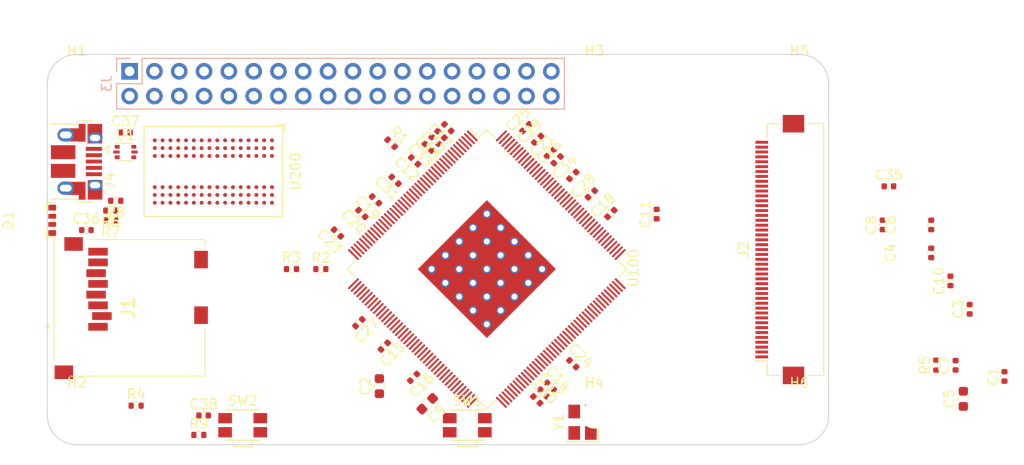
<source format=kicad_pcb>
(kicad_pcb (version 20221231) (generator pcbnew)
  (layers (0 "F.Cu" signal) (31 "B.Cu" signal) (34 "B.Paste" user) (35 "F.Paste" user) (36 "B.SilkS" user "B.Silkscreen") (37 "F.SilkS" user "F.Silkscreen") (38 "B.Mask" user) (39 "F.Mask" user) (44 "Edge.Cuts" user))
  (net 0 "")
  (net 1 "GND")
  (net 2 "+3V0")
  (net 3 "/cpu/hp_bp")
  (net 4 "/cpu/hse_out")
  (net 5 "/cpu/vra2")
  (net 6 "+1V5")
  (net 7 "+5V_USB")
  (net 8 "Net-(C38-Pad1)")
  (net 11 "/sdram/ddr-ck+")
  (net 12 "/sdram/ddr-ck-")
  (net 13 "/sdram/svref")
  (net 14 "/sdram/ddr-d4")
  (net 15 "/sdram/ddr-d6")
  (net 16 "/sdram/ddr-d2")
  (net 17 "/sdram/ddr-d0")
  (net 18 "/sdram/ddr-d11")
  (net 19 "/sdram/ddr-d9")
  (net 20 "/sdram/ddr-d13")
  (net 21 "/sdram/ddr-d15")
  (net 22 "/sdram/ddr-dm1")
  (net 23 "/sdram/ddr-dm0")
  (net 24 "/sdram/ddr-dqs0+")
  (net 25 "/sdram/ddr-dqs0-")
  (net 26 "/sdram/ddr-dqs1+")
  (net 27 "/sdram/ddr-dqs1-")
  (net 28 "/sdram/ddr-d12")
  (net 29 "/sdram/ddr-d8")
  (net 30 "/sdram/ddr-d14")
  (net 31 "/sdram/ddr-d10")
  (net 32 "/sdram/ddr-d1")
  (net 33 "/sdram/ddr-d3")
  (net 34 "/sdram/ddr-d7")
  (net 35 "/sdram/ddr-d5")
  (net 36 "/sdram/ddr-cke")
  (net 37 "/sdram/ddr-a10")
  (net 38 "/sdram/ddr-ba1")
  (net 39 "/sdram/ddr-a12")
  (net 40 "/sdram/ddr-a4")
  (net 41 "/sdram/ddr-a1")
  (net 42 "/sdram/ddr-a6")
  (net 43 "/sdram/ddr-a8")
  (net 44 "/sdram/ddr-a11")
  (net 45 "/sdram/ddr-a14")
  (net 46 "/sdram/ddr-ras")
  (net 47 "/sdram/ddr-cas")
  (net 48 "/sdram/ddr-we")
  (net 49 "/sdram/ddr-ba2")
  (net 50 "/sdram/ddr-ba0")
  (net 51 "/sdram/ddr-a0")
  (net 52 "/sdram/ddr-a3")
  (net 53 "/sdram/ddr-a2")
  (net 54 "/sdram/ddr-a5")
  (net 55 "/sdram/ddr-a13")
  (net 56 "/sdram/ddr-a9")
  (net 57 "/sdram/ddr-rst")
  (net 58 "/sdram/ddr-a7")
  (net 59 "/sdram/ddr-odt")
  (net 60 "/sdram/ddr-a15")
  (net 61 "/cpu/hse_in")
  (net 62 "/cpu/vra1")
  (net 63 "/cpu/vrp")
  (net 64 "/cpu/hp_vcc")
  (net 65 "+1V2_CPU")
  (net 66 "+3V3")
  (net 67 "+1V2_INT")
  (net 72 "/cpu/hpoutl")
  (net 73 "/cpu/hpcom")
  (net 74 "/cpu/hpoutr")
  (net 75 "/cpu/micin")
  (net 76 "/cpu/vmic")
  (net 77 "BUTTON")
  (net 78 "TOUCH-XL")
  (net 79 "TOUCH-YD")
  (net 80 "TOUCH-XR")
  (net 81 "TOUCH-YU")
  (net 82 "USB0-D-")
  (net 83 "USB0-D+")
  (net 84 "USB1-DM")
  (net 85 "USB1-DP")
  (net 87 "LCD-D23")
  (net 88 "NMI")
  (net 89 "~{RST}")
  (net 90 "SDC0-DET")
  (net 91 "SDC0-D2")
  (net 92 "SDC0-D3")
  (net 93 "SDC0-CMD")
  (net 94 "SDC0-CLK")
  (net 95 "SDC0-D0")
  (net 96 "SDC0-D1")
  (net 97 "LCD-D22")
  (net 98 "LCD-D21")
  (net 99 "LCD-D20")
  (net 100 "LCD-D19")
  (net 101 "LCD-D18")
  (net 102 "LCD-D15")
  (net 103 "LCD-D14")
  (net 104 "LCD-D13")
  (net 105 "LCD-D12")
  (net 106 "LCD-D11")
  (net 107 "LCD-D10")
  (net 108 "LCD-D7")
  (net 109 "LCD-D6")
  (net 110 "LCD-D5")
  (net 111 "LCD-D4")
  (net 112 "LCD-D3")
  (net 113 "LCD-D2")
  (net 114 "LCD-DE")
  (net 115 "LCD-CLK")
  (net 116 "LCD-HSYNC")
  (net 117 "LCD-VSYNC")
  (net 119 "LED_K")
  (net 120 "LED_A")
  (net 122 "ACIN")
  (net 123 "VBAT")
  (net 124 "BAT_GND")
  (net 125 "BAT_NTC")
  (net 129 "UART1-TXD")
  (net 130 "UART1-RXD")
  (net 131 "GPIO1")
  (net 134 "I2C-SCL")
  (net 135 "I2C-SDA")
  (net 136 "GPIO3")
  (net 137 "GPIO2")
  (net 138 "UART2-TX")
  (net 139 "UART2-RX")
  (net 140 "GPIO4")
  (net 141 "SPI-CLK")
  (net 142 "SPI-CS")
  (net 143 "SPI-MOSI")
  (net 144 "SPI-MISO")
  (net 145 "CAN-TX")
  (net 146 "CAN-RX")
  (net 147 "GPIOA1")
  (net 148 "GPIOA2")
  (net 149 "GPIOA3")
  (net 150 "GPIOA4")
  (net 151 "GPIOA5")
  (net 152 "/io/usb-d-")
  (net 153 "/io/usb-d+")
  (net 155 "Net-(U100A-DZQ)")
  (net 156 "Net-(U100A-CK+)")
  (net 157 "Net-(U100A-CK-)")
  (net 158 "Net-(U200-ZQ)")
  (net 159 "LED_RED")
  (net 160 "Net-(D1-RK)")
  (net 161 "LED_GREEN")
  (net 162 "Net-(D1-GK)")
  (net 163 "LED_BLUE")
  (net 164 "Net-(D1-BK)")
  (net 165 "PWRON")
  (footprint "Resistor_SMD:R_0402_1005Metric" (layer "F.Cu") (at 107 75 180)
    (fp_text reference "R8" (at 0 -1.17) (layer "F.SilkS"))
    (fp_text value "180")
    (pad "1" smd roundrect locked (at -0.51 0 180) (size 0.54 0.64) (layers "F.Cu" "F.Paste" "F.Mask") (net 163 "LED_BLUE"))
    (pad "2" smd roundrect locked (at 0.51 0 180) (size 0.54 0.64) (layers "F.Cu" "F.Paste" "F.Mask") (net 164 "Net-(D1-BK)"))
  )
  (footprint "Crystal:Crystal_SMD_3225-4Pin_3.2x2.5mm" (layer "F.Cu") (at 154.8 97.7 90)
    (fp_text reference "Y1" (at 0 -2.45 90) (layer "F.SilkS"))
    (fp_text value "24MHz")
    (pad "1" smd rect locked (at -1.1 0.85 90) (size 1.4 1.2) (layers "F.Cu" "F.Paste" "F.Mask") (net 4 "/cpu/hse_out"))
    (pad "2" smd rect locked (at 1.1 0.85 90) (size 1.4 1.2) (layers "F.Cu" "F.Paste" "F.Mask") (net 1 "GND"))
    (pad "3" smd rect locked (at 1.1 -0.85 90) (size 1.4 1.2) (layers "F.Cu" "F.Paste" "F.Mask") (net 61 "/cpu/hse_in"))
    (pad "4" smd rect locked (at -1.1 -0.85 90) (size 1.4 1.2) (layers "F.Cu" "F.Paste" "F.Mask") (net 1 "GND"))
  )
  (footprint "Capacitor_SMD:C_0402_1005Metric" (layer "F.Cu") (at 162.39 76.36 90)
    (fp_text reference "C11" (at 0 -1.16 90) (layer "F.SilkS"))
    (fp_text value "100nF")
    (pad "1" smd roundrect locked (at -0.48 0 90) (size 0.56 0.62) (layers "F.Cu" "F.Paste" "F.Mask") (net 63 "/cpu/vrp"))
    (pad "2" smd roundrect locked (at 0.48 0 90) (size 0.56 0.62) (layers "F.Cu" "F.Paste" "F.Mask") (net 1 "GND"))
  )
  (footprint "Button_Switch_SMD:SW_SPST_EVQP7C" (layer "F.Cu") (at 120 98)
    (fp_text reference "SW2" (at 0 -2.5) (layer "F.SilkS"))
    (fp_text value "SW_Push")
    (pad "" np_thru_hole circle locked (at 0 -0.9) (size 0.7 0.7) (drill 0.7) (layers *.Cu *.Mask))
    (pad "" np_thru_hole circle locked (at 0 0.9) (size 0.7 0.7) (drill 0.7) (layers *.Cu *.Mask))
    (pad "1" smd rect locked (at -1.8 -0.72) (size 1.4 1.05) (layers "F.Cu" "F.Paste" "F.Mask") (net 1 "GND"))
    (pad "1" smd rect locked (at 1.8 -0.72) (size 1.4 1.05) (layers "F.Cu" "F.Paste" "F.Mask") (net 1 "GND"))
    (pad "2" smd rect locked (at -1.8 0.72) (size 1.4 1.05) (layers "F.Cu" "F.Paste" "F.Mask") (net 8 "Net-(C38-Pad1)"))
    (pad "2" smd rect locked (at 1.8 0.72) (size 1.4 1.05) (layers "F.Cu" "F.Paste" "F.Mask") (net 8 "Net-(C38-Pad1)"))
  )
  (footprint "Capacitor_SMD:C_0402_1005Metric" (layer "F.Cu") (at 150.2 68.7 45)
    (fp_text reference "C29" (at 0 -1.16 45) (layer "F.SilkS"))
    (fp_text value "100nF")
    (pad "1" smd roundrect locked (at -0.48 0 45) (size 0.56 0.62) (layers "F.Cu" "F.Paste" "F.Mask") (net 65 "+1V2_CPU"))
    (pad "2" smd roundrect locked (at 0.48 0 45) (size 0.56 0.62) (layers "F.Cu" "F.Paste" "F.Mask") (net 1 "GND"))
  )
  (footprint "Resistor_SMD:R_0402_1005Metric" (layer "F.Cu") (at 128 82)
    (fp_text reference "R2" (at 0 -1.17) (layer "F.SilkS"))
    (fp_text value "22")
    (pad "1" smd roundrect locked (at -0.51 0) (size 0.54 0.64) (layers "F.Cu" "F.Paste" "F.Mask") (net 11 "/sdram/ddr-ck+"))
    (pad "2" smd roundrect locked (at 0.51 0) (size 0.54 0.64) (layers "F.Cu" "F.Paste" "F.Mask") (net 156 "Net-(U100A-CK+)"))
  )
  (footprint "Capacitor_SMD:C_0603_1608Metric" (layer "F.Cu") (at 134 94 90)
    (fp_text reference "C2" (at 0 -1.43 90) (layer "F.SilkS"))
    (fp_text value "10uF")
    (pad "1" smd roundrect locked (at -0.775 0 90) (size 0.9 0.95) (layers "F.Cu" "F.Paste" "F.Mask") (net 3 "/cpu/hp_bp"))
    (pad "2" smd roundrect locked (at 0.775 0 90) (size 0.9 0.95) (layers "F.Cu" "F.Paste" "F.Mask") (net 1 "GND"))
  )
  (footprint "led:rgb-1204" (layer "F.Cu") (at 100 77 90)
    (fp_text reference "D1" (at 0 -4 90 unlocked) (layer "F.SilkS"))
    (fp_text value "LED_RGBA")
    (pad "1" smd roundrect (at 0.42 0.5 90) (size 0.5 0.8) (layers "F.Cu" "F.Paste" "F.Mask") (roundrect_rratio 0.167) (net 160 "Net-(D1-RK)"))
    (pad "2" smd roundrect (at -0.42 0.5 90) (size 0.5 0.8) (layers "F.Cu" "F.Paste" "F.Mask") (roundrect_rratio 0.167) (net 162 "Net-(D1-GK)"))
    (pad "3" smd roundrect (at 1.3 0.5 90) (size 0.6 0.8) (layers "F.Cu" "F.Paste" "F.Mask") (roundrect_rratio 0.167) (net 164 "Net-(D1-BK)"))
    (pad "4" smd roundrect (at -1.3 0.5 90) (size 0.6 0.8) (layers "F.Cu" "F.Paste" "F.Mask") (roundrect_rratio 0.167) (net 66 "+3V3"))
  )
  (footprint "Capacitor_SMD:C_0402_1005Metric" (layer "F.Cu") (at 141 67.5 135)
    (fp_text reference "C17" (at 0 -1.16 135) (layer "F.SilkS"))
    (fp_text value "100nF")
    (pad "1" smd roundrect locked (at -0.48 0 135) (size 0.56 0.62) (layers "F.Cu" "F.Paste" "F.Mask") (net 65 "+1V2_CPU"))
    (pad "2" smd roundrect locked (at 0.48 0 135) (size 0.56 0.62) (layers "F.Cu" "F.Paste" "F.Mask") (net 1 "GND"))
  )
  (footprint "Capacitor_SMD:C_0603_1608Metric" (layer "F.Cu") (at 193.79 95.3 90)
    (fp_text reference "C5" (at 0 -1.43 90) (layer "F.SilkS"))
    (fp_text value "4.7uF")
    (pad "1" smd roundrect locked (at -0.775 0 90) (size 0.9 0.95) (layers "F.Cu" "F.Paste" "F.Mask") (net 5 "/cpu/vra2"))
    (pad "2" smd roundrect locked (at 0.775 0 90) (size 0.9 0.95) (layers "F.Cu" "F.Paste" "F.Mask") (net 1 "GND"))
  )
  (footprint "Capacitor_SMD:C_0402_1005Metric" (layer "F.Cu") (at 149 67.5 45)
    (fp_text reference "C25" (at 0 -1.16 45) (layer "F.SilkS"))
    (fp_text value "100nF")
    (pad "1" smd roundrect locked (at -0.48 0 45) (size 0.56 0.62) (layers "F.Cu" "F.Paste" "F.Mask") (net 65 "+1V2_CPU"))
    (pad "2" smd roundrect locked (at 0.48 0 45) (size 0.56 0.62) (layers "F.Cu" "F.Paste" "F.Mask") (net 1 "GND"))
  )
  (footprint "Capacitor_SMD:C_0402_1005Metric" (layer "F.Cu") (at 192.47 83.21 90)
    (fp_text reference "C10" (at 0 -1.16 90) (layer "F.SilkS"))
    (fp_text value "100nF")
    (pad "1" smd roundrect locked (at -0.48 0 90) (size 0.56 0.62) (layers "F.Cu" "F.Paste" "F.Mask") (net 64 "/cpu/hp_vcc"))
    (pad "2" smd roundrect locked (at 0.48 0 90) (size 0.56 0.62) (layers "F.Cu" "F.Paste" "F.Mask") (net 1 "GND"))
  )
  (footprint "Capacitor_SMD:C_0402_1005Metric" (layer "F.Cu") (at 190.500001 77.47 90)
    (fp_text reference "C6" (at 0 -4.16 90) (layer "F.SilkS"))
    (fp_text value "100nF")
    (pad "1" smd roundrect locked (at -0.48 0 90) (size 0.56 0.62) (layers "F.Cu" "F.Paste" "F.Mask") (net 5 "/cpu/vra2"))
    (pad "2" smd roundrect locked (at 0.48 0 90) (size 0.56 0.62) (layers "F.Cu" "F.Paste" "F.Mask") (net 1 "GND"))
  )
  (footprint "Capacitor_SMD:C_0402_1005Metric" (layer "F.Cu") (at 137.6 70.9 135)
    (fp_text reference "C12" (at 0 -1.16 135) (layer "F.SilkS"))
    (fp_text value "100nF")
    (pad "1" smd roundrect locked (at -0.48 0 135) (size 0.56 0.62) (layers "F.Cu" "F.Paste" "F.Mask") (net 65 "+1V2_CPU"))
    (pad "2" smd roundrect locked (at 0.48 0 135) (size 0.56 0.62) (layers "F.Cu" "F.Paste" "F.Mask") (net 1 "GND"))
  )
  (footprint "Capacitor_SMD:C_0402_1005Metric" (layer "F.Cu") (at 108 68)
    (fp_text reference "C37" (at 0 -1.16) (layer "F.SilkS"))
    (fp_text value "100nF")
    (pad "1" smd roundrect locked (at -0.48 0) (size 0.56 0.62) (layers "F.Cu" "F.Paste" "F.Mask") (net 7 "+5V_USB"))
    (pad "2" smd roundrect locked (at 0.48 0) (size 0.56 0.62) (layers "F.Cu" "F.Paste" "F.Mask") (net 1 "GND"))
  )
  (footprint "Connector_FFC-FPC:Hirose_FH12-45S-0.5SH_1x45-1MP_P0.50mm_Horizontal" (layer "F.Cu") (at 175 80 90)
    (fp_text reference "J2" (at 0 -3.7 90) (layer "F.SilkS"))
    (fp_text value "Conn_2Rows-45Pins_Shielded")
    (pad "1" smd rect locked (at -11 -1.85 90) (size 0.3 1.3) (layers "F.Cu" "F.Paste" "F.Mask") (net 80 "TOUCH-XR"))
    (pad "2" smd rect locked (at -10.5 -1.85 90) (size 0.3 1.3) (layers "F.Cu" "F.Paste" "F.Mask") (net 79 "TOUCH-YD"))
    (pad "3" smd rect locked (at -10 -1.85 90) (size 0.3 1.3) (layers "F.Cu" "F.Paste" "F.Mask") (net 78 "TOUCH-XL"))
    (pad "4" smd rect locked (at -9.5 -1.85 90) (size 0.3 1.3) (layers "F.Cu" "F.Paste" "F.Mask") (net 81 "TOUCH-YU"))
    (pad "5" smd rect locked (at -9 -1.85 90) (size 0.3 1.3) (layers "F.Cu" "F.Paste" "F.Mask") (net 1 "GND"))
    (pad "6" smd rect locked (at -8.5 -1.85 90) (size 0.3 1.3) (layers "F.Cu" "F.Paste" "F.Mask") (net 1 "GND"))
    (pad "7" smd rect locked (at -8 -1.85 90) (size 0.3 1.3) (layers "F.Cu" "F.Paste" "F.Mask"))
    (pad "8" smd rect locked (at -7.5 -1.85 90) (size 0.3 1.3) (layers "F.Cu" "F.Paste" "F.Mask"))
    (pad "9" smd rect locked (at -7 -1.85 90) (size 0.3 1.3) (layers "F.Cu" "F.Paste" "F.Mask"))
    (pad "10" smd rect locked (at -6.5 -1.85 90) (size 0.3 1.3) (layers "F.Cu" "F.Paste" "F.Mask"))
    (pad "11" smd rect locked (at -6 -1.85 90) (size 0.3 1.3) (layers "F.Cu" "F.Paste" "F.Mask"))
    (pad "12" smd rect locked (at -5.5 -1.85 90) (size 0.3 1.3) (layers "F.Cu" "F.Paste" "F.Mask"))
    (pad "13" smd rect locked (at -5 -1.85 90) (size 0.3 1.3) (layers "F.Cu" "F.Paste" "F.Mask"))
    (pad "14" smd rect locked (at -4.5 -1.85 90) (size 0.3 1.3) (layers "F.Cu" "F.Paste" "F.Mask") (net 87 "LCD-D23"))
    (pad "15" smd rect locked (at -4 -1.85 90) (size 0.3 1.3) (layers "F.Cu" "F.Paste" "F.Mask") (net 97 "LCD-D22"))
    (pad "16" smd rect locked (at -3.5 -1.85 90) (size 0.3 1.3) (layers "F.Cu" "F.Paste" "F.Mask") (net 98 "LCD-D21"))
    (pad "17" smd rect locked (at -3 -1.85 90) (size 0.3 1.3) (layers "F.Cu" "F.Paste" "F.Mask") (net 99 "LCD-D20"))
    (pad "18" smd rect locked (at -2.5 -1.85 90) (size 0.3 1.3) (layers "F.Cu" "F.Paste" "F.Mask") (net 100 "LCD-D19"))
    (pad "19" smd rect locked (at -2 -1.85 90) (size 0.3 1.3) (layers "F.Cu" "F.Paste" "F.Mask") (net 101 "LCD-D18"))
    (pad "20" smd rect locked (at -1.5 -1.85 90) (size 0.3 1.3) (layers "F.Cu" "F.Paste" "F.Mask") (net 1 "GND"))
    (pad "21" smd rect locked (at -1 -1.85 90) (size 0.3 1.3) (layers "F.Cu" "F.Paste" "F.Mask") (net 1 "GND"))
    (pad "22" smd rect locked (at -0.5 -1.85 90) (size 0.3 1.3) (layers "F.Cu" "F.Paste" "F.Mask") (net 102 "LCD-D15"))
    (pad "23" smd rect locked (at 0 -1.85 90) (size 0.3 1.3) (layers "F.Cu" "F.Paste" "F.Mask") (net 103 "LCD-D14"))
    (pad "24" smd rect locked (at 0.5 -1.85 90) (size 0.3 1.3) (layers "F.Cu" "F.Paste" "F.Mask") (net 104 "LCD-D13"))
    (pad "25" smd rect locked (at 1 -1.85 90) (size 0.3 1.3) (layers "F.Cu" "F.Paste" "F.Mask") (net 105 "LCD-D12"))
    (pad "26" smd rect locked (at 1.5 -1.85 90) (size 0.3 1.3) (layers "F.Cu" "F.Paste" "F.Mask") (net 106 "LCD-D11"))
    (pad "27" smd rect locked (at 2 -1.85 90) (size 0.3 1.3) (layers "F.Cu" "F.Paste" "F.Mask") (net 107 "LCD-D10"))
    (pad "28" smd rect locked (at 2.5 -1.85 90) (size 0.3 1.3) (layers "F.Cu" "F.Paste" "F.Mask") (net 1 "GND"))
    (pad "29" smd rect locked (at 3 -1.85 90) (size 0.3 1.3) (layers "F.Cu" "F.Paste" "F.Mask") (net 1 "GND"))
    (pad "30" smd rect locked (at 3.5 -1.85 90) (size 0.3 1.3) (layers "F.Cu" "F.Paste" "F.Mask") (net 108 "LCD-D7"))
    (pad "31" smd rect locked (at 4 -1.85 90) (size 0.3 1.3) (layers "F.Cu" "F.Paste" "F.Mask") (net 109 "LCD-D6"))
    (pad "32" smd rect locked (at 4.5 -1.85 90) (size 0.3 1.3) (layers "F.Cu" "F.Paste" "F.Mask") (net 110 "LCD-D5"))
    (pad "33" smd rect locked (at 5 -1.85 90) (size 0.3 1.3) (layers "F.Cu" "F.Paste" "F.Mask") (net 111 "LCD-D4"))
    (pad "34" smd rect locked (at 5.5 -1.85 90) (size 0.3 1.3) (layers "F.Cu" "F.Paste" "F.Mask") (net 112 "LCD-D3"))
    (pad "35" smd rect locked (at 6 -1.85 90) (size 0.3 1.3) (layers "F.Cu" "F.Paste" "F.Mask") (net 113 "LCD-D2"))
    (pad "36" smd rect locked (at 6.5 -1.85 90) (size 0.3 1.3) (layers "F.Cu" "F.Paste" "F.Mask") (net 1 "GND"))
    (pad "37" smd rect locked (at 7 -1.85 90) (size 0.3 1.3) (layers "F.Cu" "F.Paste" "F.Mask") (net 1 "GND"))
    (pad "38" smd rect locked (at 7.5 -1.85 90) (size 0.3 1.3) (layers "F.Cu" "F.Paste" "F.Mask") (net 114 "LCD-DE"))
    (pad "39" smd rect locked (at 8 -1.85 90) (size 0.3 1.3) (layers "F.Cu" "F.Paste" "F.Mask") (net 115 "LCD-CLK"))
    (pad "40" smd rect locked (at 8.5 -1.85 90) (size 0.3 1.3) (layers "F.Cu" "F.Paste" "F.Mask") (net 116 "LCD-HSYNC"))
    (pad "41" smd rect locked (at 9 -1.85 90) (size 0.3 1.3) (layers "F.Cu" "F.Paste" "F.Mask") (net 117 "LCD-VSYNC"))
    (pad "42" smd rect locked (at 9.5 -1.85 90) (size 0.3 1.3) (layers "F.Cu" "F.Paste" "F.Mask"))
    (pad "43" smd rect locked (at 10 -1.85 90) (size 0.3 1.3) (layers "F.Cu" "F.Paste" "F.Mask") (net 119 "LED_K"))
    (pad "44" smd rect locked (at 10.5 -1.85 90) (size 0.3 1.3) (layers "F.Cu" "F.Paste" "F.Mask") (net 120 "LED_A"))
    (pad "45" smd rect locked (at 11 -1.85 90) (size 0.3 1.3) (layers "F.Cu" "F.Paste" "F.Mask"))
    (pad "MP" smd rect locked (at -12.9 1.4 90) (size 1.8 2.2) (layers "F.Cu" "F.Paste" "F.Mask") (net 1 "GND"))
    (pad "MP" smd rect locked (at 12.9 1.4 90) (size 1.8 2.2) (layers "F.Cu" "F.Paste" "F.Mask") (net 1 "GND"))
  )
  (footprint "MountingHole:MountingHole_2.7mm_M2.5_DIN965" (layer "F.Cu") (at 177 63)
    (fp_text reference "H5" (at 0 -3.35) (layer "F.SilkS"))
    (fp_text value "MountingHole")
    (pad "" np_thru_hole circle locked (at 0 0) (size 2.7 2.7) (drill 2.7) (layers *.Cu *.Mask))
  )
  (footprint "Capacitor_SMD:C_0402_1005Metric" (layer "F.Cu") (at 139 69.5 135)
    (fp_text reference "C33" (at 0 -1.16 135) (layer "F.SilkS"))
    (fp_text value "100nF")
    (pad "1" smd roundrect locked (at -0.48 0 135) (size 0.56 0.62) (layers "F.Cu" "F.Paste" "F.Mask") (net 65 "+1V2_CPU"))
    (pad "2" smd roundrect locked (at 0.48 0 135) (size 0.56 0.62) (layers "F.Cu" "F.Paste" "F.Mask") (net 1 "GND"))
  )
  (footprint "MountingHole:MountingHole_2.7mm_M2.5_DIN965" (layer "F.Cu") (at 156 63)
    (fp_text reference "H3" (at 0 -3.35) (layer "F.SilkS"))
    (fp_text value "MountingHole")
    (pad "" np_thru_hole circle locked (at 0 0) (size 2.7 2.7) (drill 2.7) (layers *.Cu *.Mask))
  )
  (footprint "Resistor_SMD:R_0402_1005Metric" (layer "F.Cu") (at 191.02 91.84 90)
    (fp_text reference "R5" (at 0 -1.17 90) (layer "F.SilkS"))
    (fp_text value "200k")
    (pad "1" smd roundrect locked (at -0.51 0 90) (size 0.54 0.64) (layers "F.Cu" "F.Paste" "F.Mask") (net 5 "/cpu/vra2"))
    (pad "2" smd roundrect locked (at 0.51 0 90) (size 0.54 0.64) (layers "F.Cu" "F.Paste" "F.Mask") (net 1 "GND"))
  )
  (footprint "Capacitor_SMD:C_0402_1005Metric" (layer "F.Cu") (at 137.5 93.1 -135)
    (fp_text reference "C16" (at 0 -1.16 45) (layer "F.SilkS"))
    (fp_text value "100nF")
    (pad "1" smd roundrect locked (at -0.48 0 225) (size 0.56 0.62) (layers "F.Cu" "F.Paste" "F.Mask") (net 67 "+1V2_INT"))
    (pad "2" smd roundrect locked (at 0.48 0 225) (size 0.56 0.62) (layers "F.Cu" "F.Paste" "F.Mask") (net 1 "GND"))
  )
  (footprint "Capacitor_SMD:C_0402_1005Metric" (layer "F.Cu") (at 185.53 77.47 90)
    (fp_text reference "C8" (at 0 -1.16 90) (layer "F.SilkS"))
    (fp_text value "1uF")
    (pad "1" smd roundrect locked (at -0.48 0 90) (size 0.56 0.62) (layers "F.Cu" "F.Paste" "F.Mask") (net 62 "/cpu/vra1"))
    (pad "2" smd roundrect locked (at 0.48 0 90) (size 0.56 0.62) (layers "F.Cu" "F.Paste" "F.Mask") (net 1 "GND"))
  )
  (footprint "Button_Switch_SMD:SW_SPST_EVQP7C" (layer "F.Cu") (at 143 98)
    (fp_text reference "SW1" (at 0 -2.5) (layer "F.SilkS"))
    (fp_text value "SW_Push")
    (pad "" np_thru_hole circle locked (at 0 -0.9) (size 0.7 0.7) (drill 0.7) (layers *.Cu *.Mask))
    (pad "" np_thru_hole circle locked (at 0 0.9) (size 0.7 0.7) (drill 0.7) (layers *.Cu *.Mask))
    (pad "1" smd rect locked (at -1.8 -0.72) (size 1.4 1.05) (layers "F.Cu" "F.Paste" "F.Mask") (net 77 "BUTTON"))
    (pad "1" smd rect locked (at 1.8 -0.72) (size 1.4 1.05) (layers "F.Cu" "F.Paste" "F.Mask") (net 77 "BUTTON"))
    (pad "2" smd rect locked (at -1.8 0.72) (size 1.4 1.05) (layers "F.Cu" "F.Paste" "F.Mask"))
    (pad "2" smd rect locked (at 1.8 0.72) (size 1.4 1.05) (layers "F.Cu" "F.Paste" "F.Mask"))
  )
  (footprint "Capacitor_SMD:C_0402_1005Metric" (layer "F.Cu") (at 140.3 68.2 135)
    (fp_text reference "C22" (at 0 -1.16 135) (layer "F.SilkS"))
    (fp_text value "100nF")
    (pad "1" smd roundrect locked (at -0.48 0 135) (size 0.56 0.62) (layers "F.Cu" "F.Paste" "F.Mask") (net 66 "+3V3"))
    (pad "2" smd roundrect locked (at 0.48 0 135) (size 0.56 0.62) (layers "F.Cu" "F.Paste" "F.Mask") (net 1 "GND"))
  )
  (footprint "Resistor_SMD:R_0402_1005Metric" (layer "F.Cu") (at 109.09 96)
    (fp_text reference "R4" (at 0 -1.17) (layer "F.SilkS"))
    (fp_text value "240")
    (pad "1" smd roundrect locked (at -0.51 0) (size 0.54 0.64) (layers "F.Cu" "F.Paste" "F.Mask") (net 1 "GND"))
    (pad "2" smd roundrect locked (at 0.51 0) (size 0.54 0.64) (layers "F.Cu" "F.Paste" "F.Mask") (net 158 "Net-(U200-ZQ)"))
  )
  (footprint "MountingHole:MountingHole_2.7mm_M2.5_DIN965" (layer "F.Cu") (at 103 63)
    (fp_text reference "H1" (at 0 -3.35) (layer "F.SilkS"))
    (fp_text value "MountingHole")
    (pad "" np_thru_hole circle locked (at 0 0) (size 2.7 2.7) (drill 2.7) (layers *.Cu *.Mask))
  )
  (footprint "MountingHole:MountingHole_2.7mm_M2.5_DIN965" (layer "F.Cu") (at 156 97)
    (fp_text reference "H4" (at 0 -3.35) (layer "F.SilkS"))
    (fp_text value "MountingHole")
    (pad "" np_thru_hole circle locked (at 0 0) (size 2.7 2.7) (drill 2.7) (layers *.Cu *.Mask))
  )
  (footprint "MountingHole:MountingHole_2.7mm_M2.5_DIN965" (layer "F.Cu") (at 177 97)
    (fp_text reference "H6" (at 0 -3.35) (layer "F.SilkS"))
    (fp_text value "MountingHole")
    (pad "" np_thru_hole circle locked (at 0 0) (size 2.7 2.7) (drill 2.7) (layers *.Cu *.Mask))
  )
  (footprint "Capacitor_SMD:C_0402_1005Metric" (layer "F.Cu") (at 139.7 68.8 135)
    (fp_text reference "C13" (at 0 -1.16 135) (layer "F.SilkS"))
    (fp_text value "100nF")
    (pad "1" smd roundrect locked (at -0.48 0 135) (size 0.56 0.62) (layers "F.Cu" "F.Paste" "F.Mask") (net 65 "+1V2_CPU"))
    (pad "2" smd roundrect locked (at 0.48 0 135) (size 0.56 0.62) (layers "F.Cu" "F.Paste" "F.Mask") (net 1 "GND"))
  )
  (footprint "Capacitor_SMD:C_0402_1005Metric" (layer "F.Cu") (at 193 91.86 90)
    (fp_text reference "C7" (at 0 -1.16 90) (layer "F.SilkS"))
    (fp_text value "22pF")
    (pad "1" smd roundrect locked (at -0.48 0 90) (size 0.56 0.62) (layers "F.Cu" "F.Paste" "F.Mask") (net 61 "/cpu/hse_in"))
    (pad "2" smd roundrect locked (at 0.48 0 90) (size 0.56 0.62) (layers "F.Cu" "F.Paste" "F.Mask") (net 1 "GND"))
  )
  (footprint "Capacitor_SMD:C_0402_1005Metric" (layer "F.Cu") (at 133.6 74.9 135)
    (fp_text reference "C19" (at 0 -1.16 135) (layer "F.SilkS"))
    (fp_text value "100nF")
    (pad "1" smd roundrect locked (at -0.48 0 135) (size 0.56 0.62) (layers "F.Cu" "F.Paste" "F.Mask") (net 6 "+1V5"))
    (pad "2" smd roundrect locked (at 0.48 0 135) (size 0.56 0.62) (layers "F.Cu" "F.Paste" "F.Mask") (net 1 "GND"))
  )
  (footprint "Capacitor_SMD:C_0402_1005Metric" (layer "F.Cu") (at 186.17 73.51)
    (fp_text reference "C35" (at 0 -1.16) (layer "F.SilkS"))
    (fp_text value "100nF")
    (pad "1" smd roundrect locked (at -0.48 0) (size 0.56 0.62) (layers "F.Cu" "F.Paste" "F.Mask") (net 66 "+3V3"))
    (pad "2" smd roundrect locked (at 0.48 0) (size 0.56 0.62) (layers "F.Cu" "F.Paste" "F.Mask") (net 1 "GND"))
  )
  (footprint "Capacitor_SMD:C_0402_1005Metric" (layer "F.Cu") (at 157.7 76.3 45)
    (fp_text reference "C18" (at 0 -1.16 45) (layer "F.SilkS"))
    (fp_text value "100nF")
    (pad "1" smd roundrect locked (at -0.48 0 45) (size 0.56 0.62) (layers "F.Cu" "F.Paste" "F.Mask") (net 66 "+3V3"))
    (pad "2" smd roundrect locked (at 0.48 0 45) (size 0.56 0.62) (layers "F.Cu" "F.Paste" "F.Mask") (net 1 "GND"))
  )
  (footprint "Resistor_SMD:R_0402_1005Metric" (layer "F.Cu") (at 106.49 77 180)
    (fp_text reference "R7" (at 0 -1.17) (layer "F.SilkS"))
    (fp_text value "180")
    (pad "1" smd roundrect locked (at -0.51 0 180) (size 0.54 0.64) (layers "F.Cu" "F.Paste" "F.Mask") (net 161 "LED_GREEN"))
    (pad "2" smd roundrect locked (at 0.51 0 180) (size 0.54 0.64) (layers "F.Cu" "F.Paste" "F.Mask") (net 162 "Net-(D1-GK)"))
  )
  (footprint "Capacitor_SMD:C_0402_1005Metric" (layer "F.Cu") (at 129.7 78.3 135)
    (fp_text reference "C23" (at 0 -1.16 135) (layer "F.SilkS"))
    (fp_text value "100nF")
    (pad "1" smd roundrect locked (at -0.48 0 135) (size 0.56 0.62) (layers "F.Cu" "F.Paste" "F.Mask") (net 6 "+1V5"))
    (pad "2" smd roundrect locked (at 0.48 0 135) (size 0.56 0.62) (layers "F.Cu" "F.Paste" "F.Mask") (net 1 "GND"))
  )
  (footprint "Capacitor_SMD:C_0402_1005Metric" (layer "F.Cu") (at 153.8 72.4 45)
    (fp_text reference "C34" (at 0 -1.16 45) (layer "F.SilkS"))
    (fp_text value "100nF")
    (pad "1" smd roundrect locked (at -0.48 0 45) (size 0.56 0.62) (layers "F.Cu" "F.Paste" "F.Mask") (net 65 "+1V2_CPU"))
    (pad "2" smd roundrect locked (at 0.48 0 45) (size 0.56 0.62) (layers "F.Cu" "F.Paste" "F.Mask") (net 1 "GND"))
  )
  (footprint "Capacitor_SMD:C_0402_1005Metric" (layer "F.Cu") (at 151.5 70.1 45)
    (fp_text reference "C21" (at 0 -1.16 45) (layer "F.SilkS"))
    (fp_text value "100nF")
    (pad "1" smd roundrect locked (at -0.48 0 45) (size 0.56 0.62) (layers "F.Cu" "F.Paste" "F.Mask") (net 65 "+1V2_CPU"))
    (pad "2" smd roundrect locked (at 0.48 0 45) (size 0.56 0.62) (layers "F.Cu" "F.Paste" "F.Mask") (net 1 "GND"))
  )
  (footprint "Capacitor_SMD:C_0402_1005Metric" (layer "F.Cu") (at 190.5 80.34 90)
    (fp_text reference "C4" (at 0 -4.16 90) (layer "F.SilkS"))
    (fp_text value "100nF")
    (pad "1" smd roundrect locked (at -0.48 0 90) (size 0.56 0.62) (layers "F.Cu" "F.Paste" "F.Mask") (net 3 "/cpu/hp_bp"))
    (pad "2" smd roundrect locked (at 0.48 0 90) (size 0.56 0.62) (layers "F.Cu" "F.Paste" "F.Mask") (net 1 "GND"))
  )
  (footprint "Resistor_SMD:R_0402_1005Metric" (layer "F.Cu") (at 135.2 69.1 -45)
    (fp_text reference "R1" (at 0 -1.17 135) (layer "F.SilkS"))
    (fp_text value "240")
    (pad "1" smd roundrect locked (at -0.51 0 315) (size 0.54 0.64) (layers "F.Cu" "F.Paste" "F.Mask") (net 1 "GND"))
    (pad "2" smd roundrect locked (at 0.51 0 315) (size 0.54 0.64) (layers "F.Cu" "F.Paste" "F.Mask") (net 155 "Net-(U100A-DZQ)"))
  )
  (footprint "Capacitor_SMD:C_0402_1005Metric" (layer "F.Cu") (at 198 93 90)
    (fp_text reference "C1" (at 0 -1.16 90) (layer "F.SilkS"))
    (fp_text value "100nF")
    (pad "1" smd roundrect locked (at -0.48 0 90) (size 0.56 0.62) (layers "F.Cu" "F.Paste" "F.Mask") (net 2 "+3V0"))
    (pad "2" smd roundrect locked (at 0.48 0 90) (size 0.56 0.62) (layers "F.Cu" "F.Paste" "F.Mask") (net 1 "GND"))
  )
  (footprint "gct:MEM20610118800A" (layer "F.Cu") (at 105.1875 80.215 -90)
    (fp_text reference "J1" (at 5.785 -3.112 90) (layer "F.SilkS") (effects (font (size 1.27 1.27) (thickness 0.254))))
    (fp_text value "Micro_SD_Card_Det" hide)
    (pad "CD1" smd rect locked (at 6.51 -10.55) (size 1.4 1.8) (layers "F.Cu" "F.Paste" "F.Mask") (net 90 "SDC0-DET"))
    (pad "CD2" smd rect locked (at 0.81 -10.55) (size 1.4 1.8) (layers "F.Cu" "F.Paste" "F.Mask") (net 90 "SDC0-DET"))
    (pad "G1" smd rect locked (at 12.36 3.5 270) (size 1.4 1.9) (layers "F.Cu" "F.Paste" "F.Mask") (net 1 "GND"))
    (pad "G2" smd rect locked (at -0.79 2.5 270) (size 1.4 1.9) (layers "F.Cu" "F.Paste" "F.Mask") (net 1 "GND"))
    (pad "P1" smd rect locked (at 7.7 0 270) (size 0.8 2) (layers "F.Cu" "F.Paste" "F.Mask") (net 91 "SDC0-D2"))
    (pad "P2" smd rect locked (at 6.6 -0.4 270) (size 0.8 2) (layers "F.Cu" "F.Paste" "F.Mask") (net 92 "SDC0-D3"))
    (pad "P3" smd rect locked (at 5.5 0 270) (size 0.8 2) (layers "F.Cu" "F.Paste" "F.Mask") (net 93 "SDC0-CMD"))
    (pad "P4" smd rect locked (at 4.4 0.2 270) (size 0.8 2) (layers "F.Cu" "F.Paste" "F.Mask") (net 66 "+3V3"))
    (pad "P5" smd rect locked (at 3.3 0 270) (size 0.8 2) (layers "F.Cu" "F.Paste" "F.Mask") (net 94 "SDC0-CLK"))
    (pad "P6" smd rect locked (at 2.2 0.2 270) (size 0.8 2) (layers "F.Cu" "F.Paste" "F.Mask") (net 1 "GND"))
    (pad "P7" smd rect locked (at 1.1 0 270) (size 0.8 2) (layers "F.Cu" "F.Paste" "F.Mask") (net 95 "SDC0-D0"))
    (pad "P8" smd rect locked (at 0 0 270) (size 0.8 2) (layers "F.Cu" "F.Paste" "F.Mask") (net 96 "SDC0-D1"))
  )
  (footprint "Capacitor_SMD:C_0402_1005Metric" (layer "F.Cu") (at 116 97)
    (fp_text reference "C38" (at 0 -1.16) (layer "F.SilkS"))
    (fp_text value "100nF")
    (pad "1" smd roundrect locked (at -0.48 0) (size 0.56 0.62) (layers "F.Cu" "F.Paste" "F.Mask") (net 8 "Net-(C38-Pad1)"))
    (pad "2" smd roundrect locked (at 0.48 0) (size 0.56 0.62) (layers "F.Cu" "F.Paste" "F.Mask") (net 1 "GND"))
  )
  (footprint "Capacitor_SMD:C_0402_1005Metric" (layer "F.Cu") (at 135.6 72.9 135)
    (fp_text reference "C31" (at 0 -1.16 135) (layer "F.SilkS"))
    (fp_text value "100nF")
    (pad "1" smd roundrect locked (at -0.48 0 135) (size 0.56 0.62) (layers "F.Cu" "F.Paste" "F.Mask") (net 6 "+1V5"))
    (pad "2" smd roundrect locked (at 0.48 0 135) (size 0.56 0.62) (layers "F.Cu" "F.Paste" "F.Mask") (net 1 "GND"))
  )
  (footprint "winbond:BGA-96_9x14mm_P0.8mm" (layer "F.Cu") (at 117 72 -90)
    (fp_text reference "U200" (at 0 -8.4 90) (layer "F.SilkS"))
    (fp_text value "DDR3L-x16")
    (pad "A1" smd circle locked (at -3.2 -6 270) (size 0.4 0.4) (layers "F.Cu" "F.Paste" "F.Mask") (net 6 "+1V5"))
    (pad "A2" smd circle locked (at -2.4 -6 270) (size 0.4 0.4) (layers "F.Cu" "F.Paste" "F.Mask") (net 20 "/sdram/ddr-d13"))
    (pad "A3" smd circle locked (at -1.6 -6 270) (size 0.4 0.4) (layers "F.Cu" "F.Paste" "F.Mask") (net 21 "/sdram/ddr-d15"))
    (pad "A7" smd circle locked (at 1.6 -6 270) (size 0.4 0.4) (layers "F.Cu" "F.Paste" "F.Mask") (net 28 "/sdram/ddr-d12"))
    (pad "A8" smd circle locked (at 2.4 -6 270) (size 0.4 0.4) (layers "F.Cu" "F.Paste" "F.Mask") (net 6 "+1V5"))
    (pad "A9" smd circle locked (at 3.2 -6 270) (size 0.4 0.4) (layers "F.Cu" "F.Paste" "F.Mask") (net 1 "GND"))
    (pad "B1" smd circle locked (at -3.2 -5.2 270) (size 0.4 0.4) (layers "F.Cu" "F.Paste" "F.Mask") (net 1 "GND"))
    (pad "B2" smd circle locked (at -2.4 -5.2 270) (size 0.4 0.4) (layers "F.Cu" "F.Paste" "F.Mask") (net 6 "+1V5"))
    (pad "B3" smd circle locked (at -1.6 -5.2 270) (size 0.4 0.4) (layers "F.Cu" "F.Paste" "F.Mask") (net 1 "GND"))
    (pad "B7" smd circle locked (at 1.6 -5.2 270) (size 0.4 0.4) (layers "F.Cu" "F.Paste" "F.Mask") (net 27 "/sdram/ddr-dqs1-"))
    (pad "B8" smd circle locked (at 2.4 -5.2 270) (size 0.4 0.4) (layers "F.Cu" "F.Paste" "F.Mask") (net 30 "/sdram/ddr-d14"))
    (pad "B9" smd circle locked (at 3.2 -5.2 270) (size 0.4 0.4) (layers "F.Cu" "F.Paste" "F.Mask") (net 1 "GND"))
    (pad "C1" smd circle locked (at -3.2 -4.4 270) (size 0.4 0.4) (layers "F.Cu" "F.Paste" "F.Mask") (net 6 "+1V5"))
    (pad "C2" smd circle locked (at -2.4 -4.4 270) (size 0.4 0.4) (layers "F.Cu" "F.Paste" "F.Mask") (net 18 "/sdram/ddr-d11"))
    (pad "C3" smd circle locked (at -1.6 -4.4 270) (size 0.4 0.4) (layers "F.Cu" "F.Paste" "F.Mask") (net 19 "/sdram/ddr-d9"))
    (pad "C7" smd circle locked (at 1.6 -4.4 270) (size 0.4 0.4) (layers "F.Cu" "F.Paste" "F.Mask") (net 26 "/sdram/ddr-dqs1+"))
    (pad "C8" smd circle locked (at 2.4 -4.4 270) (size 0.4 0.4) (layers "F.Cu" "F.Paste" "F.Mask") (net 31 "/sdram/ddr-d10"))
    (pad "C9" smd circle locked (at 3.2 -4.4 270) (size 0.4 0.4) (layers "F.Cu" "F.Paste" "F.Mask") (net 6 "+1V5"))
    (pad "D1" smd circle locked (at -3.2 -3.6 270) (size 0.4 0.4) (layers "F.Cu" "F.Paste" "F.Mask") (net 1 "GND"))
    (pad "D2" smd circle locked (at -2.4 -3.6 270) (size 0.4 0.4) (layers "F.Cu" "F.Paste" "F.Mask") (net 6 "+1V5"))
    (pad "D3" smd circle locked (at -1.6 -3.6 270) (size 0.4 0.4) (layers "F.Cu" "F.Paste" "F.Mask") (net 22 "/sdram/ddr-dm1"))
    (pad "D7" smd circle locked (at 1.6 -3.6 270) (size 0.4 0.4) (layers "F.Cu" "F.Paste" "F.Mask") (net 29 "/sdram/ddr-d8"))
    (pad "D8" smd circle locked (at 2.4 -3.6 270) (size 0.4 0.4) (layers "F.Cu" "F.Paste" "F.Mask") (net 1 "GND"))
    (pad "D9" smd circle locked (at 3.2 -3.6 270) (size 0.4 0.4) (layers "F.Cu" "F.Paste" "F.Mask") (net 6 "+1V5"))
    (pad "E1" smd circle locked (at -3.2 -2.8 270) (size 0.4 0.4) (layers "F.Cu" "F.Paste" "F.Mask") (net 1 "GND"))
    (pad "E2" smd circle locked (at -2.4 -2.8 270) (size 0.4 0.4) (layers "F.Cu" "F.Paste" "F.Mask") (net 1 "GND"))
    (pad "E3" smd circle locked (at -1.6 -2.8 270) (size 0.4 0.4) (layers "F.Cu" "F.Paste" "F.Mask") (net 17 "/sdram/ddr-d0"))
    (pad "E7" smd circle locked (at 1.6 -2.8 270) (size 0.4 0.4) (layers "F.Cu" "F.Paste" "F.Mask") (net 23 "/sdram/ddr-dm0"))
    (pad "E8" smd circle locked (at 2.4 -2.8 270) (size 0.4 0.4) (layers "F.Cu" "F.Paste" "F.Mask") (net 1 "GND"))
    (pad "E9" smd circle locked (at 3.2 -2.8 270) (size 0.4 0.4) (layers "F.Cu" "F.Paste" "F.Mask") (net 6 "+1V5"))
    (pad "F1" smd circle locked (at -3.2 -2 270) (size 0.4 0.4) (layers "F.Cu" "F.Paste" "F.Mask") (net 6 "+1V5"))
    (pad "F2" smd circle locked (at -2.4 -2 270) (size 0.4 0.4) (layers "F.Cu" "F.Paste" "F.Mask") (net 16 "/sdram/ddr-d2"))
    (pad "F3" smd circle locked (at -1.6 -2 270) (size 0.4 0.4) (layers "F.Cu" "F.Paste" "F.Mask") (net 24 "/sdram/ddr-dqs0+"))
    (pad "F7" smd circle locked (at 1.6 -2 270) (size 0.4 0.4) (layers "F.Cu" "F.Paste" "F.Mask") (net 32 "/sdram/ddr-d1"))
    (pad "F8" smd circle locked (at 2.4 -2 270) (size 0.4 0.4) (layers "F.Cu" "F.Paste" "F.Mask") (net 33 "/sdram/ddr-d3"))
    (pad "F9" smd circle locked (at 3.2 -2 270) (size 0.4 0.4) (layers "F.Cu" "F.Paste" "F.Mask") (net 1 "GND"))
    (pad "G1" smd circle locked (at -3.2 -1.2 270) (size 0.4 0.4) (layers "F.Cu" "F.Paste" "F.Mask") (net 1 "GND"))
    (pad "G2" smd circle locked (at -2.4 -1.2 270) (size 0.4 0.4) (layers "F.Cu" "F.Paste" "F.Mask") (net 15 "/sdram/ddr-d6"))
    (pad "G3" smd circle locked (at -1.6 -1.2 270) (size 0.4 0.4) (layers "F.Cu" "F.Paste" "F.Mask") (net 25 "/sdram/ddr-dqs0-"))
    (pad "G7" smd circle locked (at 1.6 -1.2 270) (size 0.4 0.4) (layers "F.Cu" "F.Paste" "F.Mask") (net 6 "+1V5"))
    (pad "G8" smd circle locked (at 2.4 -1.2 270) (size 0.4 0.4) (layers "F.Cu" "F.Paste" "F.Mask") (net 1 "GND"))
    (pad "G9" smd circle locked (at 3.2 -1.2 270) (size 0.4 0.4) (layers "F.Cu" "F.Paste" "F.Mask") (net 1 "GND"))
    (pad "H1" smd circle locked (at -3.2 -0.4 270) (size 0.4 0.4) (layers "F.Cu" "F.Paste" "F.Mask") (net 13 "/sdram/svref"))
    (pad "H2" smd circle locked (at -2.4 -0.4 270) (size 0.4 0.4) (layers "F.Cu" "F.Paste" "F.Mask") (net 6 "+1V5"))
    (pad "H3" smd circle locked (at -1.6 -0.4 270) (size 0.4 0.4) (layers "F.Cu" "F.Paste" "F.Mask") (net 14 "/sdram/ddr-d4"))
    (pad "H7" smd circle locked (at 1.6 -0.4 270) (size 0.4 0.4) (layers "F.Cu" "F.Paste" "F.Mask") (net 34 "/sdram/ddr-d7"))
    (pad "H8" smd circle locked (at 2.4 -0.4 270) (size 0.4 0.4) (layers "F.Cu" "F.Paste" "F.Mask") (net 35 "/sdram/ddr-d5"))
    (pad "H9" smd circle locked (at 3.2 -0.4 270) (size 0.4 0.4) (layers "F.Cu" "F.Paste" "F.Mask") (net 6 "+1V5"))
    (pad "J1" smd circle locked (at -3.2 0.4 270) (size 0.4 0.4) (layers "F.Cu" "F.Paste" "F.Mask"))
    (pad "J2" smd circle locked (at -2.4 0.4 270) (size 0.4 0.4) (layers "F.Cu" "F.Paste" "F.Mask") (net 1 "GND"))
    (pad "J3" smd circle locked (at -1.6 0.4 270) (size 0.4 0.4) (layers "F.Cu" "F.Paste" "F.Mask") (net 46 "/sdram/ddr-ras"))
    (pad "J7" smd circle locked (at 1.6 0.4 270) (size 0.4 0.4) (layers "F.Cu" "F.Paste" "F.Mask") (net 11 "/sdram/ddr-ck+"))
    (pad "J8" smd circle locked (at 2.4 0.4 270) (size 0.4 0.4) (layers "F.Cu" "F.Paste" "F.Mask") (net 1 "GND"))
    (pad "J9" smd circle locked (at 3.2 0.4 270) (size 0.4 0.4) (layers "F.Cu" "F.Paste" "F.Mask"))
    (pad "K1" smd circle locked (at -3.2 1.2 270) (size 0.4 0.4) (layers "F.Cu" "F.Paste" "F.Mask") (net 59 "/sdram/ddr-odt"))
    (pad "K2" smd circle locked (at -2.4 1.2 270) (size 0.4 0.4) (layers "F.Cu" "F.Paste" "F.Mask") (net 6 "+1V5"))
    (pad "K3" smd circle locked (at -1.6 1.2 270) (size 0.4 0.4) (layers "F.Cu" "F.Paste" "F.Mask") (net 47 "/sdram/ddr-cas"))
    (pad "K7" smd circle locked (at 1.6 1.2 270) (size 0.4 0.4) (layers "F.Cu" "F.Paste" "F.Mask") (net 12 "/sdram/ddr-ck-"))
    (pad "K8" smd circle locked (at 2.4 1.2 270) (size 0.4 0.4) (layers "F.Cu" "F.Paste" "F.Mask") (net 6 "+1V5"))
    (pad "K9" smd circle locked (at 3.2 1.2 270) (size 0.4 0.4) (layers "F.Cu" "F.Paste" "F.Mask") (net 36 "/sdram/ddr-cke"))
    (pad "L1" smd circle locked (at -3.2 2 270) (size 0.4 0.4) (layers "F.Cu" "F.Paste" "F.Mask"))
    (pad "L2" smd circle locked (at -2.4 2 270) (size 0.4 0.4) (layers "F.Cu" "F.Paste" "F.Mask") (net 1 "GND"))
    (pad "L3" smd circle locked (at -1.6 2 270) (size 0.4 0.4) (layers "F.Cu" "F.Paste" "F.Mask") (net 48 "/sdram/ddr-we"))
    (pad "L7" smd circle locked (at 1.6 2 270) (size 0.4 0.4) (layers "F.Cu" "F.Paste" "F.Mask") (net 37 "/sdram/ddr-a10"))
    (pad "L8" smd circle locked (at 2.4 2 270) (size 0.4 0.4) (layers "F.Cu" "F.Paste" "F.Mask") (net 158 "Net-(U200-ZQ)"))
    (pad "L9" smd circle locked (at 3.2 2 270) (size 0.4 0.4) (layers "F.Cu" "F.Paste" "F.Mask"))
    (pad "M1" smd circle locked (at -3.2 2.8 270) (size 0.4 0.4) (layers "F.Cu" "F.Paste" "F.Mask") (net 1 "GND"))
    (pad "M2" smd circle locked (at -2.4 2.8 270) (size 0.4 0.4) (layers "F.Cu" "F.Paste" "F.Mask") (net 50 "/sdram/ddr-ba0"))
    (pad "M3" smd circle locked (at -1.6 2.8 270) (size 0.4 0.4) (layers "F.Cu" "F.Paste" "F.Mask") (net 49 "/sdram/ddr-ba2"))
    (pad "M7" smd circle locked (at 1.6 2.8 270) (size 0.4 0.4) (layers "F.Cu" "F.Paste" "F.Mask") (net 60 "/sdram/ddr-a15"))
    (pad "M8" smd circle locked (at 2.4 2.8 270) (size 0.4 0.4) (layers "F.Cu" "F.Paste" "F.Mask") (net 13 "/sdram/svref"))
    (pad "M9" smd circle locked (at 3.2 2.8 270) (size 0.4 0.4) (layers "F.Cu" "F.Paste" "F.Mask") (net 1 "GND"))
    (pad "N1" smd circle locked (at -3.2 3.6 270) (size 0.4 0.4) (layers "F.Cu" "F.Paste" "F.Mask") (net 6 "+1V5"))
    (pad "N2" smd circle locked (at -2.4 3.6 270) (size 0.4 0.4) (layers "F.Cu" "F.Paste" "F.Mask") (net 52 "/sdram/ddr-a3"))
    (pad "N3" smd circle locked (at -1.6 3.6 270) (size 0.4 0.4) (layers "F.Cu" "F.Paste" "F.Mask") (net 51 "/sdram/ddr-a0"))
    (pad "N7" smd circle locked (at 1.6 3.6 270) (size 0.4 0.4) (layers "F.Cu" "F.Paste" "F.Mask") (net 39 "/sdram/ddr-a12"))
    (pad "N8" smd circle locked (at 2.4 3.6 270) (size 0.4 0.4) (layers "F.Cu" "F.Paste" "F.Mask") (net 38 "/sdram/ddr-ba1"))
    (pad "N9" smd circle locked (at 3.2 3.6 270) (size 0.4 0.4) (layers "F.Cu" "F.Paste" "F.Mask") (net 6 "+1V5"))
    (pad "P1" smd circle locked (at -3.2 4.4 270) (size 0.4 0.4) (layers "F.Cu" "F.Paste" "F.Mask") (net 1 "GND"))
    (pad "P2" smd circle locked (at -2.4 4.4 270) (size 0.4 0.4) (layers "F.Cu" "F.Paste" "F.Mask") (net 54 "/sdram/ddr-a5"))
    (pad "P3" smd circle locked (at -1.6 4.4 270) (size 0.4 0.4) (layers "F.Cu" "F.Paste" "F.Mask") (net 53 "/sdram/ddr-a2"))
    (pad "P7" smd circle locked (at 1.6 4.4 270) (size 0.4 0.4) (layers "F.Cu" "F.Paste" "F.Mask") (net 41 "/sdram/ddr-a1"))
    (pad "P8" smd circle locked (at 2.4 4.4 270) (size 0.4 0.4) (layers "F.Cu" "F.Paste" "F.Mask") (net 40 "/sdram/ddr-a4"))
    (pad "P9" smd circle locked (at 3.2 4.4 270) (size 0.4 0.4) (layers "F.Cu" "F.Paste" "F.Mask") (net 1 "GND"))
    (pad "R1" smd circle locked (at -3.2 5.2 270) (size 0.4 0.4) (layers "F.Cu" "F.Paste" "F.Mask") (net 6 "+1V5"))
    (pad "R2" smd circle locked (at -2.4 5.2 270) (size 0.4 0.4) (layers "F.Cu" "F.Paste" "F.Mask") (net 58 "/sdram/ddr-a7"))
    (pad "R3" smd circle locked (at -1.6 5.2 270) (size 0.4 0.4) (layers "F.Cu" "F.Paste" "F.Mask") (net 56 "/sdram/ddr-a9"))
    (pad "R7" smd circle locked (at 1.6 5.2 270) (size 0.4 0.4) (layers "F.Cu" "F.Paste" "F.Mask") (net 44 "/sdram/ddr-a11"))
    (pad "R8" smd circle locked (at 2.4 5.2 270) (size 0.4 0.4) (layers "F.Cu" "F.Paste" "F.Mask") (net 42 "/sdram/ddr-a6"))
    (pad "R9" smd circle locked (at 3.2 5.2 270) (size 0.4 0.4) (layers "F.Cu" "F.Paste" "F.Mask") (net 6 "+1V5"))
    (pad "T1" smd circle locked (at -3.2 6 270) (size 0.4 0.4) (layers "F.Cu" "F.Paste" "F.Mask") (net 1 "GND"))
    (pad "T2" smd circle locked (at -2.4 6 270) (size 0.4 0.4) (layers "F.Cu" "F.Paste" "F.Mask") (net 57 "/sdram/ddr-rst"))
    (pad "T3" smd circle locked (at -1.6 6 270) (size 0.4 0.4) (layers "F.Cu" "F.Paste" "F.Mask") (net 55 "/sdram/ddr-a13"))
    (pad "T7" smd circle locked (at 1.6 6 270) (size 0.4 0.4) (layers "F.Cu" "F.Paste" "F.Mask") (net 45 "/sdram/ddr-a14"))
    (pad "T8" smd circle locked (at 2.4 6 270) (size 0.4 0.4) (layers "F.Cu" "F.Paste" "F.Mask") (net 43 "/sdram/ddr-a8"))
    (pad "T9" smd circle locked (at 3.2 6 270) (size 0.4 0.4) (layers "F.Cu" "F.Paste" "F.Mask") (net 1 "GND"))
  )
  (footprint "Capacitor_SMD:C_0402_1005Metric" (layer "F.Cu") (at 150.1 95.4 -45)
    (fp_text reference "C30" (at 0 -1.16 135) (layer "F.SilkS"))
    (fp_text value "100nF")
    (pad "1" smd roundrect locked (at -0.48 0 315) (size 0.56 0.62) (layers "F.Cu" "F.Paste" "F.Mask") (net 66 "+3V3"))
    (pad "2" smd roundrect locked (at 0.48 0 315) (size 0.56 0.62) (layers "F.Cu" "F.Paste" "F.Mask") (net 1 "GND"))
  )
  (footprint "Resistor_SMD:R_0402_1005Metric" (layer "F.Cu") (at 125 82)
    (fp_text reference "R3" (at 0 -1.17) (layer "F.SilkS"))
    (fp_text value "22")
    (pad "1" smd roundrect locked (at -0.51 0) (size 0.54 0.64) (layers "F.Cu" "F.Paste" "F.Mask") (net 12 "/sdram/ddr-ck-"))
    (pad "2" smd roundrect locked (at 0.51 0) (size 0.54 0.64) (layers "F.Cu" "F.Paste" "F.Mask") (net 157 "Net-(U100A-CK-)"))
  )
  (footprint "Capacitor_SMD:C_0402_1005Metric" (layer "F.Cu") (at 155.7 74.3 45)
    (fp_text reference "C28" (at 0 -1.16 45) (layer "F.SilkS"))
    (fp_text value "100nF")
    (pad "1" smd roundrect locked (at -0.48 0 45) (size 0.56 0.62) (layers "F.Cu" "F.Paste" "F.Mask") (net 67 "+1V2_INT"))
    (pad "2" smd roundrect locked (at 0.48 0 45) (size 0.56 0.62) (layers "F.Cu" "F.Paste" "F.Mask") (net 1 "GND"))
  )
  (footprint "Connector_USB:USB_Micro-B_Amphenol_10103594-0001LF_Horizontal" (layer "F.Cu") (at 103 71 -90)
    (fp_text reference "J4" (at 1.925 -3.365 90) (layer "F.SilkS"))
    (fp_text value "USB_B_Micro")
    (pad "1" smd rect locked (at -1.325 -1.765) (size 1.65 0.4) (layers "F.Cu" "F.Paste" "F.Mask") (net 7 "+5V_USB"))
    (pad "2" smd rect locked (at -0.675 -1.765) (size 1.65 0.4) (layers "F.Cu" "F.Paste" "F.Mask") (net 152 "/io/usb-d-"))
    (pad "3" smd rect locked (at -0.025 -1.765) (size 1.65 0.4) (layers "F.Cu" "F.Paste" "F.Mask") (net 153 "/io/usb-d+"))
    (pad "4" smd rect locked (at 0.625 -1.765) (size 1.65 0.4) (layers "F.Cu" "F.Paste" "F.Mask"))
    (pad "5" smd rect locked (at 1.275 -1.765) (size 1.65 0.4) (layers "F.Cu" "F.Paste" "F.Mask") (net 1 "GND"))
    (pad "6" smd rect locked (at -2.975 -0.565 270) (size 1.825 0.7) (layers "F.Cu" "F.Paste" "F.Mask") (net 1 "GND"))
    (pad "6" smd rect locked (at -2.875 -1.865 270) (size 2 1.5) (layers "F.Cu" "F.Paste" "F.Mask") (net 1 "GND"))
    (pad "6" smd rect locked (at -2.755 0.185 270) (size 1.35 2) (layers "F.Cu" "F.Paste" "F.Mask") (net 1 "GND"))
    (pad "6" thru_hole oval locked (at -2.755 1.115) (size 1.7 1.35) (drill oval 1.2 0.7) (layers *.Cu *.Mask) (net 1 "GND"))
    (pad "6" thru_hole oval locked (at -2.445 -1.885) (size 1.5 1.1) (drill oval 1.05 0.65) (layers *.Cu *.Mask) (net 1 "GND"))
    (pad "6" smd rect locked (at -0.985 1.385) (size 2.5 1.43) (layers "F.Cu" "F.Paste" "F.Mask") (net 1 "GND"))
    (pad "6" smd rect locked (at 0.935 1.385) (size 2.5 1.43) (layers "F.Cu" "F.Paste" "F.Mask") (net 1 "GND"))
    (pad "6" thru_hole oval locked (at 2.395 -1.885) (size 1.5 1.1) (drill oval 1.05 0.65) (layers *.Cu *.Mask) (net 1 "GND"))
    (pad "6" thru_hole oval locked (at 2.705 1.115) (size 1.7 1.35) (drill oval 1.2 0.7) (layers *.Cu *.Mask) (net 1 "GND"))
    (pad "6" smd rect locked (at 2.725 0.185 270) (size 1.35 2) (layers "F.Cu" "F.Paste" "F.Mask") (net 1 "GND"))
    (pad "6" smd rect locked (at 2.875 -1.885 270) (size 2 1.5) (layers "F.Cu" "F.Paste" "F.Mask") (net 1 "GND"))
    (pad "6" smd rect locked (at 2.975 -0.565 270) (size 1.825 0.7) (layers "F.Cu" "F.Paste" "F.Mask") (net 1 "GND"))
  )
  (footprint "Capacitor_SMD:C_0402_1005Metric" (layer "F.Cu") (at 134.5 89.9 -135)
    (fp_text reference "C15" (at 0 -1.16 45) (layer "F.SilkS"))
    (fp_text value "100nF")
    (pad "1" smd roundrect locked (at -0.48 0 225) (size 0.56 0.62) (layers "F.Cu" "F.Paste" "F.Mask") (net 6 "+1V5"))
    (pad "2" smd roundrect locked (at 0.48 0 225) (size 0.56 0.62) (layers "F.Cu" "F.Paste" "F.Mask") (net 1 "GND"))
  )
  (footprint "Capacitor_SMD:C_0402_1005Metric" (layer "F.Cu") (at 104 78)
    (fp_text reference "C36" (at 0 -1.16) (layer "F.SilkS"))
    (fp_text value "1uF")
    (pad "1" smd roundrect locked (at -0.48 0) (size 0.56 0.62) (layers "F.Cu" "F.Paste" "F.Mask") (net 66 "+3V3"))
    (pad "2" smd roundrect locked (at 0.48 0) (size 0.56 0.62) (layers "F.Cu" "F.Paste" "F.Mask") (net 1 "GND"))
  )
  (footprint "Capacitor_SMD:C_0402_1005Metric" (layer "F.Cu") (at 150.8 94.7 -45)
    (fp_text reference "C32" (at 0 -1.16 135) (layer "F.SilkS"))
    (fp_text value "100nF")
    (pad "1" smd roundrect locked (at -0.48 0 315) (size 0.56 0.62) (layers "F.Cu" "F.Paste" "F.Mask") (net 67 "+1V2_INT"))
    (pad "2" smd roundrect locked (at 0.48 0 315) (size 0.56 0.62) (layers "F.Cu" "F.Paste" "F.Mask") (net 1 "GND"))
  )
  (footprint "Capacitor_SMD:C_0402_1005Metric" (layer "F.Cu") (at 152.2 70.8 45)
    (fp_text reference "C26" (at 0 -1.16 45) (layer "F.SilkS"))
    (fp_text value "100nF")
    (pad "1" smd roundrect locked (at -0.48 0 45) (size 0.56 0.62) (layers "F.Cu" "F.Paste" "F.Mask") (net 66 "+3V3"))
    (pad "2" smd roundrect locked (at 0.48 0 45) (size 0.56 0.62) (layers "F.Cu" "F.Paste" "F.Mask") (net 1 "GND"))
  )
  (footprint "Capacitor_SMD:C_0402_1005Metric" (layer "F.Cu") (at 153.8 91.7 -45)
    (fp_text reference "C24" (at 0 -1.16 135) (layer "F.SilkS"))
    (fp_text value "100nF")
    (pad "1" smd roundrect locked (at -0.48 0 315) (size 0.56 0.62) (layers "F.Cu" "F.Paste" "F.Mask") (net 67 "+1V2_INT"))
    (pad "2" smd roundrect locked (at 0.48 0 315) (size 0.56 0.62) (layers "F.Cu" "F.Paste" "F.Mask") (net 1 "GND"))
  )
  (footprint "Resistor_SMD:R_0402_1005Metric" (layer "F.Cu") (at 106.49 76 180)
    (fp_text reference "R6" (at 0 -1.17) (layer "F.SilkS"))
    (fp_text value "180")
    (pad "1" smd roundrect locked (at -0.51 0 180) (size 0.54 0.64) (layers "F.Cu" "F.Paste" "F.Mask") (net 159 "LED_RED"))
    (pad "2" smd roundrect locked (at 0.51 0 180) (size 0.54 0.64) (layers "F.Cu" "F.Paste" "F.Mask") (net 160 "Net-(D1-RK)"))
  )
  (footprint "allwinner:LQFP-176_20x20mm_P0.4mm" (layer "F.Cu") (at 145 82 -45)
    (fp_text reference "U100" (at 10.535891 -10.677312 270) (layer "F.SilkS"))
    (fp_text value "A13")
    (pad "1" smd roundrect locked (at -10.7125 -8.6 315) (size 1.475 0.2) (layers "F.Cu" "F.Paste" "F.Mask"))
    (pad "2" smd roundrect locked (at -10.7125 -8.2 315) (size 1.475 0.2) (layers "F.Cu" "F.Paste" "F.Mask"))
    (pad "3" smd roundrect locked (at -10.7125 -7.8 315) (size 1.475 0.2) (layers "F.Cu" "F.Paste" "F.Mask"))
    (pad "4" smd roundrect locked (at -10.7125 -7.4 315) (size 1.475 0.2) (layers "F.Cu" "F.Paste" "F.Mask") (net 65 "+1V2_CPU"))
    (pad "5" smd roundrect locked (at -10.7125 -7 315) (size 1.475 0.2) (layers "F.Cu" "F.Paste" "F.Mask") (net 66 "+3V3"))
    (pad "6" smd roundrect locked (at -10.7125 -6.6 315) (size 1.475 0.2) (layers "F.Cu" "F.Paste" "F.Mask"))
    (pad "7" smd roundrect locked (at -10.7125 -6.2 315) (size 1.475 0.2) (layers "F.Cu" "F.Paste" "F.Mask"))
    (pad "8" smd roundrect locked (at -10.7125 -5.8 315) (size 1.475 0.2) (layers "F.Cu" "F.Paste" "F.Mask"))
    (pad "9" smd roundrect locked (at -10.7125 -5.4 315) (size 1.475 0.2) (layers "F.Cu" "F.Paste" "F.Mask") (net 65 "+1V2_CPU"))
    (pad "10" smd roundrect locked (at -10.7125 -5 315) (size 1.475 0.2) (layers "F.Cu" "F.Paste" "F.Mask"))
    (pad "11" smd roundrect locked (at -10.7125 -4.6 315) (size 1.475 0.2) (layers "F.Cu" "F.Paste" "F.Mask") (net 65 "+1V2_CPU"))
    (pad "12" smd roundrect locked (at -10.7125 -4.2 315) (size 1.475 0.2) (layers "F.Cu" "F.Paste" "F.Mask"))
    (pad "13" smd roundrect locked (at -10.7125 -3.8 315) (size 1.475 0.2) (layers "F.Cu" "F.Paste" "F.Mask"))
    (pad "14" smd roundrect locked (at -10.7125 -3.4 315) (size 1.475 0.2) (layers "F.Cu" "F.Paste" "F.Mask"))
    (pad "15" smd roundrect locked (at -10.7125 -3 315) (size 1.475 0.2) (layers "F.Cu" "F.Paste" "F.Mask"))
    (pad "16" smd roundrect locked (at -10.7125 -2.6 315) (size 1.475 0.2) (layers "F.Cu" "F.Paste" "F.Mask") (net 65 "+1V2_CPU"))
    (pad "17" smd roundrect locked (at -10.7125 -2.2 315) (size 1.475 0.2) (layers "F.Cu" "F.Paste" "F.Mask") (net 155 "Net-(U100A-DZQ)"))
    (pad "18" smd roundrect locked (at -10.7125 -1.8 315) (size 1.475 0.2) (layers "F.Cu" "F.Paste" "F.Mask") (net 13 "/sdram/svref"))
    (pad "19" smd roundrect locked (at -10.7125 -1.4 315) (size 1.475 0.2) (layers "F.Cu" "F.Paste" "F.Mask") (net 14 "/sdram/ddr-d4"))
    (pad "20" smd roundrect locked (at -10.7125 -1 315) (size 1.475 0.2) (layers "F.Cu" "F.Paste" "F.Mask") (net 15 "/sdram/ddr-d6"))
    (pad "21" smd roundrect locked (at -10.7125 -0.6 315) (size 1.475 0.2) (layers "F.Cu" "F.Paste" "F.Mask") (net 16 "/sdram/ddr-d2"))
    (pad "22" smd roundrect locked (at -10.7125 -0.2 315) (size 1.475 0.2) (layers "F.Cu" "F.Paste" "F.Mask") (net 17 "/sdram/ddr-d0"))
    (pad "23" smd roundrect locked (at -10.7125 0.2 315) (size 1.475 0.2) (layers "F.Cu" "F.Paste" "F.Mask") (net 6 "+1V5"))
    (pad "24" smd roundrect locked (at -10.7125 0.6 315) (size 1.475 0.2) (layers "F.Cu" "F.Paste" "F.Mask") (net 18 "/sdram/ddr-d11"))
    (pad "25" smd roundrect locked (at -10.7125 1 315) (size 1.475 0.2) (layers "F.Cu" "F.Paste" "F.Mask") (net 19 "/sdram/ddr-d9"))
    (pad "26" smd roundrect locked (at -10.7125 1.4 315) (size 1.475 0.2) (layers "F.Cu" "F.Paste" "F.Mask") (net 20 "/sdram/ddr-d13"))
    (pad "27" smd roundrect locked (at -10.7125 1.8 315) (size 1.475 0.2) (layers "F.Cu" "F.Paste" "F.Mask") (net 21 "/sdram/ddr-d15"))
    (pad "28" smd roundrect locked (at -10.7125 2.2 315) (size 1.475 0.2) (layers "F.Cu" "F.Paste" "F.Mask") (net 22 "/sdram/ddr-dm1"))
    (pad "29" smd roundrect locked (at -10.7125 2.6 315) (size 1.475 0.2) (layers "F.Cu" "F.Paste" "F.Mask") (net 23 "/sdram/ddr-dm0"))
    (pad "30" smd roundrect locked (at -10.7125 3 315) (size 1.475 0.2) (layers "F.Cu" "F.Paste" "F.Mask") (net 6 "+1V5"))
    (pad "31" smd roundrect locked (at -10.7125 3.4 315) (size 1.475 0.2) (layers "F.Cu" "F.Paste" "F.Mask") (net 24 "/sdram/ddr-dqs0+"))
    (pad "32" smd roundrect locked (at -10.7125 3.8 315) (size 1.475 0.2) (layers "F.Cu" "F.Paste" "F.Mask") (net 25 "/sdram/ddr-dqs0-"))
    (pad "33" smd roundrect locked (at -10.7125 4.2 315) (size 1.475 0.2) (layers "F.Cu" "F.Paste" "F.Mask") (net 26 "/sdram/ddr-dqs1+"))
    (pad "34" smd roundrect locked (at -10.7125 4.6 315) (size 1.475 0.2) (layers "F.Cu" "F.Paste" "F.Mask") (net 27 "/sdram/ddr-dqs1-"))
    (pad "35" smd roundrect locked (at -10.7125 5 315) (size 1.475 0.2) (layers "F.Cu" "F.Paste" "F.Mask") (net 67 "+1V2_INT"))
    (pad "36" smd roundrect locked (at -10.7125 5.4 315) (size 1.475 0.2) (layers "F.Cu" "F.Paste" "F.Mask") (net 28 "/sdram/ddr-d12"))
    (pad "37" smd roundrect locked (at -10.7125 5.8 315) (size 1.475 0.2) (layers "F.Cu" "F.Paste" "F.Mask") (net 29 "/sdram/ddr-d8"))
    (pad "38" smd roundrect locked (at -10.7125 6.2 315) (size 1.475 0.2) (layers "F.Cu" "F.Paste" "F.Mask") (net 30 "/sdram/ddr-d14"))
    (pad "39" smd roundrect locked (at -10.7125 6.6 315) (size 1.475 0.2) (layers "F.Cu" "F.Paste" "F.Mask") (net 31 "/sdram/ddr-d10"))
    (pad "40" smd roundrect locked (at -10.7125 7 315) (size 1.475 0.2) (layers "F.Cu" "F.Paste" "F.Mask") (net 32 "/sdram/ddr-d1"))
    (pad "41" smd roundrect locked (at -10.7125 7.4 315) (size 1.475 0.2) (layers "F.Cu" "F.Paste" "F.Mask") (net 33 "/sdram/ddr-d3"))
    (pad "42" smd roundrect locked (at -10.7125 7.8 315) (size 1.475 0.2) (layers "F.Cu" "F.Paste" "F.Mask") (net 34 "/sdram/ddr-d7"))
    (pad "43" smd roundrect locked (at -10.7125 8.2 315) (size 1.475 0.2) (layers "F.Cu" "F.Paste" "F.Mask") (net 6 "+1V5"))
    (pad "44" smd roundrect locked (at -10.7125 8.6 315) (size 1.475 0.2) (layers "F.Cu" "F.Paste" "F.Mask") (net 35 "/sdram/ddr-d5"))
    (pad "45" smd roundrect locked (at -8.6 10.7125 315) (size 0.2 1.475) (layers "F.Cu" "F.Paste" "F.Mask") (net 156 "Net-(U100A-CK+)"))
    (pad "46" smd roundrect locked (at -8.2 10.7125 315) (size 0.2 1.475) (layers "F.Cu" "F.Paste" "F.Mask") (net 157 "Net-(U100A-CK-)"))
    (pad "47" smd roundrect locked (at -7.8 10.7125 315) (size 0.2 1.475) (layers "F.Cu" "F.Paste" "F.Mask") (net 36 "/sdram/ddr-cke"))
    (pad "48" smd roundrect locked (at -7.4 10.7125 315) (size 0.2 1.475) (layers "F.Cu" "F.Paste" "F.Mask") (net 37 "/sdram/ddr-a10"))
    (pad "49" smd roundrect locked (at -7 10.7125 315) (size 0.2 1.475) (layers "F.Cu" "F.Paste" "F.Mask") (net 38 "/sdram/ddr-ba1"))
    (pad "50" smd roundrect locked (at -6.6 10.7125 315) (size 0.2 1.475) (layers "F.Cu" "F.Paste" "F.Mask") (net 39 "/sdram/ddr-a12"))
    (pad "51" smd roundrect locked (at -6.2 10.7125 315) (size 0.2 1.475) (layers "F.Cu" "F.Paste" "F.Mask") (net 40 "/sdram/ddr-a4"))
    (pad "52" smd roundrect locked (at -5.8 10.7125 315) (size 0.2 1.475) (layers "F.Cu" "F.Paste" "F.Mask") (net 41 "/sdram/ddr-a1"))
    (pad "53" smd roundrect locked (at -5.4 10.7125 315) (size 0.2 1.475) (layers "F.Cu" "F.Paste" "F.Mask") (net 6 "+1V5"))
    (pad "54" smd roundrect locked (at -5 10.7125 315) (size 0.2 1.475) (layers "F.Cu" "F.Paste" "F.Mask") (net 42 "/sdram/ddr-a6"))
    (pad "55" smd roundrect locked (at -4.6 10.7125 315) (size 0.2 1.475) (layers "F.Cu" "F.Paste" "F.Mask") (net 43 "/sdram/ddr-a8"))
    (pad "56" smd roundrect locked (at -4.2 10.7125 315) (size 0.2 1.475) (layers "F.Cu" "F.Paste" "F.Mask") (net 44 "/sdram/ddr-a11"))
    (pad "57" smd roundrect locked (at -3.8 10.7125 315) (size 0.2 1.475) (layers "F.Cu" "F.Paste" "F.Mask") (net 45 "/sdram/ddr-a14"))
    (pad "58" smd roundrect locked (at -3.4 10.7125 315) (size 0.2 1.475) (layers "F.Cu" "F.Paste" "F.Mask") (net 46 "/sdram/ddr-ras"))
    (pad "59" smd roundrect locked (at -3 10.7125 315) (size 0.2 1.475) (layers "F.Cu" "F.Paste" "F.Mask") (net 47 "/sdram/ddr-cas"))
    (pad "60" smd roundrect locked (at -2.6 10.7125 315) (size 0.2 1.475) (layers "F.Cu" "F.Paste" "F.Mask") (net 48 "/sdram/ddr-we"))
    (pad "61" smd roundrect locked (at -2.2 10.7125 315) (size 0.2 1.475) (layers "F.Cu" "F.Paste" "F.Mask") (net 49 "/sdram/ddr-ba2"))
    (pad "62" smd roundrect locked (at -1.8 10.7125 315) (size 0.2 1.475) (layers "F.Cu" "F.Paste" "F.Mask") (net 6 "+1V5"))
    (pad "63" smd roundrect locked (at -1.4 10.7125 315) (size 0.2 1.475) (layers "F.Cu" "F.Paste" "F.Mask") (net 50 "/sdram/ddr-ba0"))
    (pad "64" smd roundrect locked (at -1 10.7125 315) (size 0.2 1.475) (layers "F.Cu" "F.Paste" "F.Mask") (net 51 "/sdram/ddr-a0"))
    (pad "65" smd roundrect locked (at -0.6 10.7125 315) (size 0.2 1.475) (layers "F.Cu" "F.Paste" "F.Mask") (net 52 "/sdram/ddr-a3"))
    (pad "66" smd roundrect locked (at -0.2 10.7125 315) (size 0.2 1.475) (layers "F.Cu" "F.Paste" "F.Mask") (net 53 "/sdram/ddr-a2"))
    (pad "67" smd roundrect locked (at 0.2 10.7125 315) (size 0.2 1.475) (layers "F.Cu" "F.Paste" "F.Mask") (net 54 "/sdram/ddr-a5"))
    (pad "68" smd roundrect locked (at 0.6 10.7125 315) (size 0.2 1.475) (layers "F.Cu" "F.Paste" "F.Mask") (net 55 "/sdram/ddr-a13"))
    (pad "69" smd roundrect locked (at 1 10.7125 315) (size 0.2 1.475) (layers "F.Cu" "F.Paste" "F.Mask") (net 56 "/sdram/ddr-a9"))
    (pad "70" smd roundrect locked (at 1.4 10.7125 315) (size 0.2 1.475) (layers "F.Cu" "F.Paste" "F.Mask") (net 57 "/sdram/ddr-rst"))
    (pad "71" smd roundrect locked (at 1.8 10.7125 315) (size 0.2 1.475) (layers "F.Cu" "F.Paste" "F.Mask") (net 58 "/sdram/ddr-a7"))
    (pad "72" smd roundrect locked (at 2.2 10.7125 315) (size 0.2 1.475) (layers "F.Cu" "F.Paste" "F.Mask") (net 59 "/sdram/ddr-odt"))
    (pad "73" smd roundrect locked (at 2.6 10.7125 315) (size 0.2 1.475) (layers "F.Cu" "F.Paste" "F.Mask") (net 67 "+1V2_INT"))
    (pad "74" smd roundrect locked (at 3 10.7125 315) (size 0.2 1.475) (layers "F.Cu" "F.Paste" "F.Mask") (net 72 "/cpu/hpoutl"))
    (pad "75" smd roundrect locked (at 3.4 10.7125 315) (size 0.2 1.475) (layers "F.Cu" "F.Paste" "F.Mask") (net 3 "/cpu/hp_bp"))
    (pad "76" smd roundrect locked (at 3.8 10.7125 315) (size 0.2 1.475) (layers "F.Cu" "F.Paste" "F.Mask") (net 64 "/cpu/hp_vcc"))
    (pad "77" smd roundrect locked (at 4.2 10.7125 315) (size 0.2 1.475) (layers "F.Cu" "F.Paste" "F.Mask") (net 73 "/cpu/hpcom"))
    (pad "78" smd roundrect locked (at 4.6 10.7125 315) (size 0.2 1.475) (layers "F.Cu" "F.Paste" "F.Mask") (net 74 "/cpu/hpoutr"))
    (pad "79" smd roundrect locked (at 5 10.7125 315) (size 0.2 1.475) (layers "F.Cu" "F.Paste" "F.Mask") (net 1 "GND"))
    (pad "80" smd roundrect locked (at 5.4 10.7125 315) (size 0.2 1.475) (layers "F.Cu" "F.Paste" "F.Mask") (net 63 "/cpu/vrp"))
    (pad "81" smd roundrect locked (at 5.8 10.7125 315) (size 0.2 1.475) (layers "F.Cu" "F.Paste" "F.Mask") (net 2 "+3V0"))
    (pad "82" smd roundrect locked (at 6.2 10.7125 315) (size 0.2 1.475) (layers "F.Cu" "F.Paste" "F.Mask") (net 5 "/cpu/vra2"))
    (pad "83" smd roundrect locked (at 6.6 10.7125 315) (size 0.2 1.475) (layers "F.Cu" "F.Paste" "F.Mask") (net 62 "/cpu/vra1"))
    (pad "84" smd roundrect locked (at 7 10.7125 315) (size 0.2 1.475) (layers "F.Cu" "F.Paste" "F.Mask") (net 75 "/cpu/micin"))
    (pad "85" smd roundrect locked (at 7.4 10.7125 315) (size 0.2 1.475) (layers "F.Cu" "F.Paste" "F.Mask") (net 76 "/cpu/vmic"))
    (pad "86" smd roundrect locked (at 7.8 10.7125 315) (size 0.2 1.475) (layers "F.Cu" "F.Paste" "F.Mask") (net 77 "BUTTON"))
    (pad "87" smd roundrect locked (at 8.2 10.7125 315) (size 0.2 1.475) (layers "F.Cu" "F.Paste" "F.Mask") (net 78 "TOUCH-XL"))
    (pad "88" smd roundrect locked (at 8.6 10.7125 315) (size 0.2 1.475) (layers "F.Cu" "F.Paste" "F.Mask") (net 79 "TOUCH-YD"))
    (pad "89" smd roundrect locked (at 10.7125 8.6 315) (size 1.475 0.2) (layers "F.Cu" "F.Paste" "F.Mask") (net 80 "TOUCH-XR"))
    (pad "90" smd roundrect locked (at 10.7125 8.2 315) (size 1.475 0.2) (layers "F.Cu" "F.Paste" "F.Mask") (net 81 "TOUCH-YU"))
    (pad "91" smd roundrect locked (at 10.7125 7.8 315) (size 1.475 0.2) (layers "F.Cu" "F.Paste" "F.Mask") (net 4 "/cpu/hse_out"))
    (pad "92" smd roundrect locked (at 10.7125 7.4 315) (size 1.475 0.2) (layers "F.Cu" "F.Paste" "F.Mask") (net 61 "/cpu/hse_in"))
    (pad "93" smd roundrect locked (at 10.7125 7 315) (size 1.475 0.2) (layers "F.Cu" "F.Paste" "F.Mask") (net 82 "USB0-D-"))
    (pad "94" smd roundrect locked (at 10.7125 6.6 315) (size 1.475 0.2) (layers "F.Cu" "F.Paste" "F.Mask") (net 83 "USB0-D+"))
    (pad "95" smd roundrect locked (at 10.7125 6.2 315) (size 1.475 0.2) (layers "F.Cu" "F.Paste" "F.Mask") (net 84 "USB1-DM"))
    (pad "96" smd roundrect locked (at 10.7125 5.8 315) (size 1.475 0.2) (layers "F.Cu" "F.Paste" "F.Mask") (net 85 "USB1-DP"))
    (pad "97" smd roundrect locked (at 10.7125 5.4 315) (size 1.475 0.2) (layers "F.Cu" "F.Paste" "F.Mask") (net 66 "+3V3"))
    (pad "98" smd roundrect locked (at 10.7125 5 315) (size 1.475 0.2) (layers "F.Cu" "F.Paste" "F.Mask") (net 67 "+1V2_INT"))
    (pad "99" smd roundrect locked (at 10.7125 4.6 315) (size 1.475 0.2) (layers "F.Cu" "F.Paste" "F.Mask"))
    (pad "100" smd roundrect locked (at 10.7125 4.2 315) (size 1.475 0.2) (layers "F.Cu" "F.Paste" "F.Mask") (net 66 "+3V3"))
    (pad "101" smd roundrect locked (at 10.7125 3.8 315) (size 1.475 0.2) (layers "F.Cu" "F.Paste" "F.Mask"))
    (pad "102" smd roundrect locked (at 10.7125 3.4 315) (size 1.475 0.2) (layers "F.Cu" "F.Paste" "F.Mask"))
    (pad "103" smd roundrect locked (at 10.7125 3 315) (size 1.475 0.2) (layers "F.Cu" "F.Paste" "F.Mask"))
    (pad "104" smd roundrect locked (at 10.7125 2.6 315) (size 1.475 0.2) (layers "F.Cu" "F.Paste" "F.Mask"))
    (pad "105" smd roundrect locked (at 10.7125 2.2 315) (size 1.475 0.2) (layers "F.Cu" "F.Paste" "F.Mask"))
    (pad "106" smd roundrect locked (at 10.7125 1.8 315) (size 1.475 0.2) (layers "F.Cu" "F.Paste" "F.Mask"))
    (pad "107" smd roundrect locked (at 10.7125 1.4 315) (size 1.475 0.2) (layers "F.Cu" "F.Paste" "F.Mask"))
    (pad "108" smd roundrect locked (at 10.7125 1 315) (size 1.475 0.2) (layers "F.Cu" "F.Paste" "F.Mask"))
    (pad "109" smd roundrect locked (at 10.7125 0.6 315) (size 1.475 0.2) (layers "F.Cu" "F.Paste" "F.Mask") (net 67 "+1V2_INT"))
    (pad "110" smd roundrect locked (at 10.7125 0.2 315) (size 1.475 0.2) (layers "F.Cu" "F.Paste" "F.Mask"))
    (pad "111" smd roundrect locked (at 10.7125 -0.2 315) (size 1.475 0.2) (layers "F.Cu" "F.Paste" "F.Mask"))
    (pad "112" smd roundrect locked (at 10.7125 -0.6 315) (size 1.475 0.2) (layers "F.Cu" "F.Paste" "F.Mask"))
    (pad "113" smd roundrect locked (at 10.7125 -1 315) (size 1.475 0.2) (layers "F.Cu" "F.Paste" "F.Mask"))
    (pad "114" smd roundrect locked (at 10.7125 -1.4 315) (size 1.475 0.2) (layers "F.Cu" "F.Paste" "F.Mask"))
    (pad "115" smd roundrect locked (at 10.7125 -1.8 315) (size 1.475 0.2) (layers "F.Cu" "F.Paste" "F.Mask"))
    (pad "116" smd roundrect locked (at 10.7125 -2.2 315) (size 1.475 0.2) (layers "F.Cu" "F.Paste" "F.Mask"))
    (pad "117" smd roundrect locked (at 10.7125 -2.6 315) (size 1.475 0.2) (layers "F.Cu" "F.Paste" "F.Mask"))
    (pad "118" smd roundrect locked (at 10.7125 -3 315) (size 1.475 0.2) (layers "F.Cu" "F.Paste" "F.Mask"))
    (pad "119" smd roundrect locked (at 10.7125 -3.4 315) (size 1.475 0.2) (layers "F.Cu" "F.Paste" "F.Mask"))
    (pad "120" smd roundrect locked (at 10.7125 -3.8 315) (size 1.475 0.2) (layers "F.Cu" "F.Paste" "F.Mask"))
    (pad "121" smd roundrect locked (at 10.7125 -4.2 315) (size 1.475 0.2) (layers "F.Cu" "F.Paste" "F.Mask"))
    (pad "122" smd roundrect locked (at 10.7125 -4.6 315) (size 1.475 0.2) (layers "F.Cu" "F.Paste" "F.Mask"))
    (pad "123" smd roundrect locked (at 10.7125 -5 315) (size 1.475 0.2) (layers "F.Cu" "F.Paste" "F.Mask"))
    (pad "124" smd roundrect locked (at 10.7125 -5.4 315) (size 1.475 0.2) (layers "F.Cu" "F.Paste" "F.Mask"))
    (pad "125" smd roundrect locked (at 10.7125 -5.8 315) (size 1.475 0.2) (layers "F.Cu" "F.Paste" "F.Mask"))
    (pad "126" smd roundrect locked (at 10.7125 -6.2 315) (size 1.475 0.2) (layers "F.Cu" "F.Paste" "F.Mask"))
    (pad "127" smd roundrect locked (at 10.7125 -6.6 315) (size 1.475 0.2) (layers "F.Cu" "F.Paste" "F.Mask"))
    (pad "128" smd roundrect locked (at 10.7125 -7 315) (size 1.475 0.2) (layers "F.Cu" "F.Paste" "F.Mask"))
    (pad "129" smd roundrect locked (at 10.7125 -7.4 315) (size 1.475 0.2) (layers "F.Cu" "F.Paste" "F.Mask"))
    (pad "130" smd roundrect locked (at 10.7125 -7.8 315) (size 1.475 0.2) (layers "F.Cu" "F.Paste" "F.Mask"))
    (pad "131" smd roundrect locked (at 10.7125 -8.2 315) (size 1.475 0.2) (layers "F.Cu" "F.Paste" "F.Mask"))
    (pad "132" smd roundrect locked (at 10.7125 -8.6 315) (size 1.475 0.2) (layers "F.Cu" "F.Paste" "F.Mask"))
    (pad "133" smd roundrect locked (at 8.6 -10.7125 315) (size 0.2 1.475) (layers "F.Cu" "F.Paste" "F.Mask"))
    (pad "134" smd roundrect locked (at 8.2 -10.7125 315) (size 0.2 1.475) (layers "F.Cu" "F.Paste" "F.Mask"))
    (pad "135" smd roundrect locked (at 7.8 -10.7125 315) (size 0.2 1.475) (layers "F.Cu" "F.Paste" "F.Mask"))
    (pad "136" smd roundrect locked (at 7.4 -10.7125 315) (size 0.2 1.475) (layers "F.Cu" "F.Paste" "F.Mask"))
    (pad "137" smd roundrect locked (at 7 -10.7125 315) (size 0.2 1.475) (layers "F.Cu" "F.Paste" "F.Mask"))
    (pad "138" smd roundrect locked (at 6.6 -10.7125 315) (size 0.2 1.475) (layers "F.Cu" "F.Paste" "F.Mask"))
    (pad "139" smd roundrect locked (at 6.2 -10.7125 315) (size 0.2 1.475) (layers "F.Cu" "F.Paste" "F.Mask"))
    (pad "140" smd roundrect locked (at 5.8 -10.7125 315) (size 0.2 1.475) (layers "F.Cu" "F.Paste" "F.Mask"))
    (pad "141" smd roundrect locked (at 5.4 -10.7125 315) (size 0.2 1.475) (layers "F.Cu" "F.Paste" "F.Mask"))
    (pad "142" smd roundrect locked (at 5 -10.7125 315) (size 0.2 1.475) (layers "F.Cu" "F.Paste" "F.Mask") (net 66 "+3V3"))
    (pad "143" smd roundrect locked (at 4.6 -10.7125 315) (size 0.2 1.475) (layers "F.Cu" "F.Paste" "F.Mask"))
    (pad "144" smd roundrect locked (at 4.2 -10.7125 315) (size 0.2 1.475) (layers "F.Cu" "F.Paste" "F.Mask"))
    (pad "145" smd roundrect locked (at 3.8 -10.7125 315) (size 0.2 1.475) (layers "F.Cu" "F.Paste" "F.Mask"))
    (pad "146" smd roundrect locked (at 3.4 -10.7125 315) (size 0.2 1.475) (layers "F.Cu" "F.Paste" "F.Mask"))
    (pad "147" smd roundrect locked (at 3 -10.7125 315) (size 0.2 1.475) (layers "F.Cu" "F.Paste" "F.Mask"))
    (pad "148" smd roundrect locked (at 2.6 -10.7125 315) (size 0.2 1.475) (layers "F.Cu" "F.Paste" "F.Mask"))
    (pad "149" smd roundrect locked (at 2.2 -10.7125 315) (size 0.2 1.475) (layers "F.Cu" "F.Paste" "F.Mask") (net 67 "+1V2_INT"))
    (pad "150" smd roundrect locked (at 1.8 -10.7125 315) (size 0.2 1.475) (layers "F.Cu" "F.Paste" "F.Mask"))
    (pad "151" smd roundrect locked (at 1.4 -10.7125 315) (size 0.2 1.475) (layers "F.Cu" "F.Paste" "F.Mask"))
    (pad "152" smd roundrect locked (at 1 -10.7125 315) (size 0.2 1.475) (layers "F.Cu" "F.Paste" "F.Mask"))
    (pad "153" smd roundrect locked (at 0.6 -10.7125 315) (size 0.2 1.475) (layers "F.Cu" "F.Paste" "F.Mask"))
    (pad "154" smd roundrect locked (at 0.2 -10.7125 315) (size 0.2 1.475) (layers "F.Cu" "F.Paste" "F.Mask"))
    (pad "155" smd roundrect locked (at -0.2 -10.7125 315) (size 0.2 1.475) (layers "F.Cu" "F.Paste" "F.Mask"))
    (pad "156" smd roundrect locked (at -0.6 -10.7125 315) (size 0.2 1.475) (layers "F.Cu" "F.Paste" "F.Mask") (net 65 "+1V2_CPU"))
    (pad "157" smd roundrect locked (at -1 -10.7125 315) (size 0.2 1.475) (layers "F.Cu" "F.Paste" "F.Mask"))
    (pad "158" smd roundrect locked (at -1.4 -10.7125 315) (size 0.2 1.475) (layers "F.Cu" "F.Paste" "F.Mask") (net 88 "NMI"))
    (pad "159" smd roundrect locked (at -1.8 -10.7125 315) (size 0.2 1.475) (layers "F.Cu" "F.Paste" "F.Mask") (net 89 "~{RST}"))
    (pad "160" smd roundrect locked (at -2.2 -10.7125 315) (size 0.2 1.475) (layers "F.Cu" "F.Paste" "F.Mask"))
    (pad "161" smd roundrect locked (at -2.6 -10.7125 315) (size 0.2 1.475) (layers "F.Cu" "F.Paste" "F.Mask"))
    (pad "162" smd roundrect locked (at -3 -10.7125 315) (size 0.2 1.475) (layers "F.Cu" "F.Paste" "F.Mask"))
    (pad "163" smd roundrect locked (at -3.4 -10.7125 315) (size 0.2 1.475) (layers "F.Cu" "F.Paste" "F.Mask") (net 66 "+3V3"))
    (pad "164" smd roundrect locked (at -3.8 -10.7125 315) (size 0.2 1.475) (layers "F.Cu" "F.Paste" "F.Mask") (net 65 "+1V2_CPU"))
    (pad "165" smd roundrect locked (at -4.2 -10.7125 315) (size 0.2 1.475) (layers "F.Cu" "F.Paste" "F.Mask"))
    (pad "166" smd roundrect locked (at -4.6 -10.7125 315) (size 0.2 1.475) (layers "F.Cu" "F.Paste" "F.Mask"))
    (pad "167" smd roundrect locked (at -5 -10.7125 315) (size 0.2 1.475) (layers "F.Cu" "F.Paste" "F.Mask"))
    (pad "168" smd roundrect locked (at -5.4 -10.7125 315) (size 0.2 1.475) (layers "F.Cu" "F.Paste" "F.Mask"))
    (pad "169" smd roundrect locked (at -5.8 -10.7125 315) (size 0.2 1.475) (layers "F.Cu" "F.Paste" "F.Mask") (net 65 "+1V2_CPU"))
    (pad "170" smd roundrect locked (at -6.2 -10.7125 315) (size 0.2 1.475) (layers "F.Cu" "F.Paste" "F.Mask"))
    (pad "171" smd roundrect locked (at -6.6 -10.7125 315) (size 0.2 1.475) (layers "F.Cu" "F.Paste" "F.Mask"))
    (pad "172" smd roundrect locked (at -7 -10.7125 315) (size 0.2 1.475) (layers "F.Cu" "F.Paste" "F.Mask"))
    (pad "173" smd roundrect locked (at -7.4 -10.7125 315) (size 0.2 1.475) (layers "F.Cu" "F.Paste" "F.Mask") (net 65 "+1V2_CPU"))
    (pad "174" smd roundrect locked (at -7.8 -10.7125 315) (size 0.2 1.475) (layers "F.Cu" "F.Paste" "F.Mask"))
    (pad "175" smd roundrect locked (at -8.2 -10.7125 315) (size 0.2 1.475) (layers "F.Cu" "F.Paste" "F.Mask"))
    (pad "176" smd roundrect locked (at -8.6 -10.7125 315) (size 0.2 1.475) (layers "F.Cu" "F.Paste" "F.Mask"))
    (pad "177" thru_hole circle (at -4 -4 315) (size 0.9 0.9) (drill 0.6) (layers *.Cu *.Mask) (net 1 "GND"))
    (pad "177" thru_hole circle (at -4 -2 315) (size 0.9 0.9) (drill 0.6) (layers *.Cu *.Mask) (net 1 "GND"))
    (pad "177" thru_hole circle (at -4 0 315) (size 0.9 0.9) (drill 0.6) (layers *.Cu *.Mask) (net 1 "GND"))
    (pad "177" thru_hole circle (at -4 2 315) (size 0.9 0.9) (drill 0.6) (layers *.Cu *.Mask) (net 1 "GND"))
    (pad "177" thru_hole circle (at -4 4 315) (size 0.9 0.9) (drill 0.6) (layers *.Cu *.Mask) (net 1 "GND"))
    (pad "177" thru_hole circle (at -2 -4 315) (size 0.9 0.9) (drill 0.6) (layers *.Cu *.Mask) (net 1 "GND"))
    (pad "177" thru_hole circle (at -2 -2 315) (size 0.9 0.9) (drill 0.6) (layers *.Cu *.Mask) (net 1 "GND"))
    (pad "177" thru_hole circle (at -2 0 315) (size 0.9 0.9) (drill 0.6) (layers *.Cu *.Mask) (net 1 "GND"))
    (pad "177" thru_hole circle (at -2 2 315) (size 0.9 0.9) (drill 0.6) (layers *.Cu *.Mask) (net 1 "GND"))
    (pad "177" thru_hole circle (at -2 4 315) (size 0.9 0.9) (drill 0.6) (layers *.Cu *.Mask) (net 1 "GND"))
    (pad "177" thru_hole circle (at 0 -4 315) (size 0.9 0.9) (drill 0.6) (layers *.Cu *.Mask) (net 1 "GND"))
    (pad "177" thru_hole circle (at 0 -2 315) (size 0.9 0.9) (drill 0.6) (layers *.Cu *.Mask) (net 1 "GND"))
    (pad "177" thru_hole circle (at 0 0 315) (size 0.9 0.9) (drill 0.6) (layers *.Cu *.Mask) (net 1 "GND"))
    (pad "177" smd rect (at 0 0 315) (size 10 10) (layers "F.Cu" "F.Paste" "F.Mask") (net 1 "GND"))
    (pad "177" thru_hole circle (at 0 2 315) (size 0.9 0.9) (drill 0.6) (layers *.Cu *.Mask) (net 1 "GND"))
    (pad "177" thru_hole circle (at 0 4 315) (size 0.9 0.9) (drill 0.6) (layers *.Cu *.Mask) (net 1 "GND"))
    (pad "177" thru_hole circle (at 2 -4 315) (size 0.9 0.9) (drill 0.6) (layers *.Cu *.Mask) (net 1 "GND"))
    (pad "177" thru_hole circle (at 2 -2 315) (size 0.9 0.9) (drill 0.6) (layers *.Cu *.Mask) (net 1 "GND"))
    (pad "177" thru_hole circle (at 2 0 315) (size 0.9 0.9) (drill 0.6) (layers *.Cu *.Mask) (net 1 "GND"))
    (pad "177" thru_hole circle (at 2 2 315) (size 0.9 0.9) (drill 0.6) (layers *.Cu *.Mask) (net 1 "GND"))
    (pad "177" thru_hole circle (at 2 4 315) (size 0.9 0.9) (drill 0.6) (layers *.Cu *.Mask) (net 1 "GND"))
    (pad "177" thru_hole circle (at 4 -4 315) (size 0.9 0.9) (drill 0.6) (layers *.Cu *.Mask) (net 1 "GND"))
    (pad "177" thru_hole circle (at 4 -2 315) (size 0.9 0.9) (drill 0.6) (layers *.Cu *.Mask) (net 1 "GND"))
    (pad "177" thru_hole circle (at 4 0 315) (size 0.9 0.9) (drill 0.6) (layers *.Cu *.Mask) (net 1 "GND"))
    (pad "177" thru_hole circle (at 4 2 315) (size 0.9 0.9) (drill 0.6) (layers *.Cu *.Mask) (net 1 "GND"))
    (pad "177" thru_hole circle (at 4 4 315) (size 0.9 0.9) (drill 0.6) (layers *.Cu *.Mask) (net 1 "GND"))
  )
  (footprint "Capacitor_SMD:C_0402_1005Metric" (layer "F.Cu") (at 194.44 86.12 90)
    (fp_text reference "C3" (at 0 -1.16 90) (layer "F.SilkS"))
    (fp_text value "22pF")
    (pad "1" smd roundrect locked (at -0.48 0 90) (size 0.56 0.62) (layers "F.Cu" "F.Paste" "F.Mask") (net 4 "/cpu/hse_out"))
    (pad "2" smd roundrect locked (at 0.48 0 90) (size 0.56 0.62) (layers "F.Cu" "F.Paste" "F.Mask") (net 1 "GND"))
  )
  (footprint "Capacitor_SMD:C_0402_1005Metric" (layer "F.Cu") (at 131.9 87.5 -135)
    (fp_text reference "C27" (at 0 -1.16 45) (layer "F.SilkS"))
    (fp_text value "100nF")
    (pad "1" smd roundrect locked (at -0.48 0 225) (size 0.56 0.62) (layers "F.Cu" "F.Paste" "F.Mask") (net 6 "+1V5"))
    (pad "2" smd roundrect locked (at 0.48 0 225) (size 0.56 0.62) (layers "F.Cu" "F.Paste" "F.Mask") (net 1 "GND"))
  )
  (footprint "Capacitor_SMD:C_0603_1608Metric" (layer "F.Cu") (at 138.9 95.8 -135)
    (fp_text reference "C9" (at 0 -1.43 45) (layer "F.SilkS"))
    (fp_text value "10uF")
    (pad "1" smd roundrect locked (at -0.775 0 225) (size 0.9 0.95) (layers "F.Cu" "F.Paste" "F.Mask") (net 63 "/cpu/vrp"))
    (pad "2" smd roundrect locked (at 0.775 0 225) (size 0.9 0.95) (layers "F.Cu" "F.Paste" "F.Mask") (net 1 "GND"))
  )
  (footprint "Package_TO_SOT_SMD:SOT-666" (layer "F.Cu") (at 108 70)
    (fp_text reference "U1" (at 0 -1.75) (layer "F.SilkS"))
    (fp_text value "USBLC6-2P6")
    (pad "1" smd rect locked (at -0.85 -0.5375) (size 0.5 0.375) (layers "F.Cu" "F.Paste" "F.Mask") (net 152 "/io/usb-d-"))
    (pad "2" smd rect locked (at -0.925 0) (size 0.65 0.3) (layers "F.Cu" "F.Paste" "F.Mask") (net 1 "GND"))
    (pad "3" smd rect locked (at -0.85 0.5375) (size 0.5 0.375) (layers "F.Cu" "F.Paste" "F.Mask") (net 153 "/io/usb-d+"))
    (pad "4" smd rect locked (at 0.85 0.5375) (size 0.5 0.375) (layers "F.Cu" "F.Paste" "F.Mask") (net 83 "USB0-D+"))
    (pad "5" smd rect locked (at 0.925 0) (size 0.65 0.3) (layers "F.Cu" "F.Paste" "F.Mask") (net 7 "+5V_USB"))
    (pad "6" smd rect locked (at 0.85 -0.5375) (size 0.5 0.375) (layers "F.Cu" "F.Paste" "F.Mask") (net 82 "USB0-D-"))
  )
  (footprint "Resistor_SMD:R_0402_1005Metric" (layer "F.Cu") (at 115.51 99)
    (fp_text reference "R9" (at 0 -1.17) (layer "F.SilkS"))
    (fp_text value "1k")
    (pad "1" smd roundrect locked (at -0.51 0) (size 0.54 0.64) (layers "F.Cu" "F.Paste" "F.Mask") (net 165 "PWRON"))
    (pad "2" smd roundrect locked (at 0.51 0) (size 0.54 0.64) (layers "F.Cu" "F.Paste" "F.Mask") (net 8 "Net-(C38-Pad1)"))
  )
  (footprint "Capacitor_SMD:C_0402_1005Metric" (layer "F.Cu") (at 132.2 76.3 135)
    (fp_text reference "C20" (at 0 -1.16 135) (layer "F.SilkS"))
    (fp_text value "100nF")
    (pad "1" smd roundrect locked (at -0.48 0 135) (size 0.56 0.62) (layers "F.Cu" "F.Paste" "F.Mask") (net 67 "+1V2_INT"))
    (pad "2" smd roundrect locked (at 0.48 0 135) (size 0.56 0.62) (layers "F.Cu" "F.Paste" "F.Mask") (net 1 "GND"))
  )
  (footprint "Capacitor_SMD:C_0402_1005Metric" (layer "F.Cu") (at 151.5 94 -45)
    (fp_text reference "C14" (at 0 -1.16 135) (layer "F.SilkS"))
    (fp_text value "100nF")
    (pad "1" smd roundrect locked (at -0.48 0 315) (size 0.56 0.62) (layers "F.Cu" "F.Paste" "F.Mask") (net 66 "+3V3"))
    (pad "2" smd roundrect locked (at 0.48 0 315) (size 0.56 0.62) (layers "F.Cu" "F.Paste" "F.Mask") (net 1 "GND"))
  )
  (footprint "MountingHole:MountingHole_2.7mm_M2.5_DIN965" (layer "F.Cu") (at 103 97)
    (fp_text reference "H2" (at 0 -3.35) (layer "F.SilkS"))
    (fp_text value "MountingHole")
    (pad "" np_thru_hole circle locked (at 0 0) (size 2.7 2.7) (drill 2.7) (layers *.Cu *.Mask))
  )
  (footprint "Connector_PinHeader_2.54mm:PinHeader_2x18_P2.54mm_Vertical" (layer "B.Cu") (at 108.425 61.725 -90)
    (fp_text reference "J3" (at 1.27 2.33 90) (layer "B.SilkS") (effects (justify mirror)))
    (fp_text value "Conn_02x18_Odd_Even")
    (pad "1" thru_hole rect locked (at 0 0 270) (size 1.7 1.7) (drill 1) (layers *.Cu *.Mask) (net 1 "GND"))
    (pad "2" thru_hole oval locked (at 2.54 0 270) (size 1.7 1.7) (drill 1) (layers *.Cu *.Mask) (net 66 "+3V3"))
    (pad "3" thru_hole oval locked (at 0 -2.54 270) (size 1.7 1.7) (drill 1) (layers *.Cu *.Mask) (net 122 "ACIN"))
    (pad "4" thru_hole oval locked (at 2.54 -2.54 270) (size 1.7 1.7) (drill 1) (layers *.Cu *.Mask) (net 123 "VBAT"))
    (pad "5" thru_hole oval locked (at 0 -5.08 270) (size 1.7 1.7) (drill 1) (layers *.Cu *.Mask) (net 124 "BAT_GND"))
    (pad "6" thru_hole oval locked (at 2.54 -5.08 270) (size 1.7 1.7) (drill 1) (layers *.Cu *.Mask) (net 125 "BAT_NTC"))
    (pad "7" thru_hole oval locked (at 0 -7.62 270) (size 1.7 1.7) (drill 1) (layers *.Cu *.Mask) (net 89 "~{RST}"))
    (pad "8" thru_hole oval locked (at 2.54 -7.62 270) (size 1.7 1.7) (drill 1) (layers *.Cu *.Mask))
    (pad "9" thru_hole oval locked (at 0 -10.16 270) (size 1.7 1.7) (drill 1) (layers *.Cu *.Mask))
    (pad "10" thru_hole oval locked (at 2.54 -10.16 270) (size 1.7 1.7) (drill 1) (layers *.Cu *.Mask))
    (pad "11" thru_hole oval locked (at 0 -12.7 270) (size 1.7 1.7) (drill 1) (layers *.Cu *.Mask) (net 129 "UART1-TXD"))
    (pad "12" thru_hole oval locked (at 2.54 -12.7 270) (size 1.7 1.7) (drill 1) (layers *.Cu *.Mask) (net 130 "UART1-RXD"))
    (pad "13" thru_hole oval locked (at 0 -15.24 270) (size 1.7 1.7) (drill 1) (layers *.Cu *.Mask) (net 131 "GPIO1"))
    (pad "14" thru_hole oval locked (at 2.54 -15.24 270) (size 1.7 1.7) (drill 1) (layers *.Cu *.Mask) (net 1 "GND"))
    (pad "15" thru_hole oval locked (at 0 -17.78 270) (size 1.7 1.7) (drill 1) (layers *.Cu *.Mask))
    (pad "16" thru_hole oval locked (at 2.54 -17.78 270) (size 1.7 1.7) (drill 1) (layers *.Cu *.Mask))
    (pad "17" thru_hole oval locked (at 0 -20.32 270) (size 1.7 1.7) (drill 1) (layers *.Cu *.Mask) (net 134 "I2C-SCL"))
    (pad "18" thru_hole oval locked (at 2.54 -20.32 270) (size 1.7 1.7) (drill 1) (layers *.Cu *.Mask) (net 135 "I2C-SDA"))
    (pad "19" thru_hole oval locked (at 0 -22.86 270) (size 1.7 1.7) (drill 1) (layers *.Cu *.Mask) (net 136 "GPIO3"))
    (pad "20" thru_hole oval locked (at 2.54 -22.86 270) (size 1.7 1.7) (drill 1) (layers *.Cu *.Mask) (net 137 "GPIO2"))
    (pad "21" thru_hole oval locked (at 0 -25.4 270) (size 1.7 1.7) (drill 1) (layers *.Cu *.Mask) (net 138 "UART2-TX"))
    (pad "22" thru_hole oval locked (at 2.54 -25.4 270) (size 1.7 1.7) (drill 1) (layers *.Cu *.Mask) (net 139 "UART2-RX"))
    (pad "23" thru_hole oval locked (at 0 -27.94 270) (size 1.7 1.7) (drill 1) (layers *.Cu *.Mask) (net 1 "GND"))
    (pad "24" thru_hole oval locked (at 2.54 -27.94 270) (size 1.7 1.7) (drill 1) (layers *.Cu *.Mask) (net 140 "GPIO4"))
    (pad "25" thru_hole oval locked (at 0 -30.48 270) (size 1.7 1.7) (drill 1) (layers *.Cu *.Mask) (net 141 "SPI-CLK"))
    (pad "26" thru_hole oval locked (at 2.54 -30.48 270) (size 1.7 1.7) (drill 1) (layers *.Cu *.Mask) (net 142 "SPI-CS"))
    (pad "27" thru_hole oval locked (at 0 -33.02 270) (size 1.7 1.7) (drill 1) (layers *.Cu *.Mask) (net 143 "SPI-MOSI"))
    (pad "28" thru_hole oval locked (at 2.54 -33.02 270) (size 1.7 1.7) (drill 1) (layers *.Cu *.Mask) (net 144 "SPI-MISO"))
    (pad "29" thru_hole oval locked (at 0 -35.56 270) (size 1.7 1.7) (drill 1) (layers *.Cu *.Mask) (net 145 "CAN-TX"))
    (pad "30" thru_hole oval locked (at 2.54 -35.56 270) (size 1.7 1.7) (drill 1) (layers *.Cu *.Mask) (net 146 "CAN-RX"))
    (pad "31" thru_hole oval locked (at 0 -38.1 270) (size 1.7 1.7) (drill 1) (layers *.Cu *.Mask) (net 147 "GPIOA1"))
    (pad "32" thru_hole oval locked (at 2.54 -38.1 270) (size 1.7 1.7) (drill 1) (layers *.Cu *.Mask) (net 148 "GPIOA2"))
    (pad "33" thru_hole oval locked (at 0 -40.64 270) (size 1.7 1.7) (drill 1) (layers *.Cu *.Mask) (net 149 "GPIOA3"))
    (pad "34" thru_hole oval locked (at 2.54 -40.64 270) (size 1.7 1.7) (drill 1) (layers *.Cu *.Mask) (net 150 "GPIOA4"))
    (pad "35" thru_hole oval locked (at 0 -43.18 270) (size 1.7 1.7) (drill 1) (layers *.Cu *.Mask) (net 151 "GPIOA5"))
    (pad "36" thru_hole oval locked (at 2.54 -43.18 270) (size 1.7 1.7) (drill 1) (layers *.Cu *.Mask) (net 1 "GND"))
  )
  (gr_line (start 100 63) (end 100 97) (stroke (width 0.1)) (layer "Edge.Cuts"))
  (gr_arc (start 103 100) (mid 100.87868 99.12132) (end 100 97) (stroke (width 0.1)) (layer "Edge.Cuts"))
  (gr_arc (start 100 63) (mid 100.87868 60.87868) (end 103 60) (stroke (width 0.1)) (layer "Edge.Cuts"))
  (gr_line (start 103 100) (end 177 100) (stroke (width 0.1)) (layer "Edge.Cuts"))
  (gr_line (start 180 97) (end 180 63) (stroke (width 0.1)) (layer "Edge.Cuts"))
  (gr_arc (start 177 60) (mid 179.12132 60.87868) (end 180 63) (stroke (width 0.1)) (layer "Edge.Cuts"))
  (gr_line (start 177 60) (end 103 60) (stroke (width 0.1)) (layer "Edge.Cuts"))
  (gr_arc (start 180 97) (mid 179.12132 99.12132) (end 177 100) (stroke (width 0.1)) (layer "Edge.Cuts"))
)
</source>
